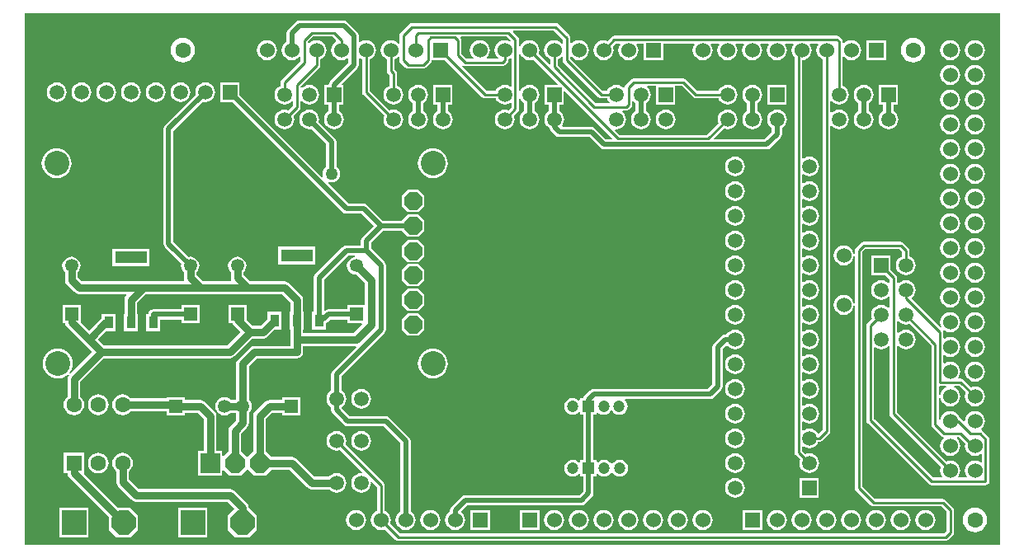
<source format=gtl>
G04 Layer_Physical_Order=1*
G04 Layer_Color=255*
%FSLAX25Y25*%
%MOIN*%
G70*
G01*
G75*
%ADD10R,0.12756X0.05158*%
%ADD11R,0.03661X0.05158*%
%ADD12C,0.01000*%
%ADD13C,0.03000*%
%ADD14C,0.02000*%
%ADD15C,0.06299*%
%ADD16R,0.06000X0.06000*%
%ADD17C,0.06000*%
%ADD18C,0.05905*%
%ADD19R,0.05905X0.05905*%
%ADD20R,0.05315X0.05315*%
%ADD21C,0.05315*%
%ADD22C,0.04724*%
%ADD23R,0.04724X0.04724*%
%ADD24R,0.05905X0.05905*%
%ADD25P,0.07671X8X22.5*%
%ADD26C,0.10000*%
%ADD27P,0.08523X8X22.5*%
%ADD28R,0.07874X0.07874*%
%ADD29R,0.09842X0.09842*%
%ADD30P,0.10653X8X202.5*%
%ADD31R,0.06299X0.06299*%
%ADD32R,0.05315X0.05315*%
%ADD33C,0.05000*%
G36*
X394000Y0D02*
X0D01*
Y215000D01*
X394000D01*
Y0D01*
D02*
G37*
%LPC*%
G36*
X287000Y76987D02*
X285968Y76851D01*
X285007Y76453D01*
X284181Y75819D01*
X283547Y74993D01*
X283149Y74032D01*
X283013Y73000D01*
X283149Y71968D01*
X283547Y71007D01*
X284181Y70181D01*
X285007Y69547D01*
X285968Y69149D01*
X287000Y69013D01*
X288032Y69149D01*
X288993Y69547D01*
X289819Y70181D01*
X290453Y71007D01*
X290851Y71968D01*
X290987Y73000D01*
X290851Y74032D01*
X290453Y74993D01*
X289819Y75819D01*
X288993Y76453D01*
X288032Y76851D01*
X287000Y76987D01*
D02*
G37*
G36*
X165000Y79273D02*
X163824Y79157D01*
X162693Y78814D01*
X161651Y78257D01*
X160737Y77507D01*
X159987Y76594D01*
X159430Y75551D01*
X159087Y74420D01*
X158971Y73244D01*
X159087Y72068D01*
X159430Y70937D01*
X159987Y69894D01*
X160737Y68981D01*
X161651Y68231D01*
X162693Y67674D01*
X163824Y67331D01*
X165000Y67215D01*
X166176Y67331D01*
X167307Y67674D01*
X168350Y68231D01*
X169263Y68981D01*
X170013Y69894D01*
X170570Y70937D01*
X170913Y72068D01*
X171029Y73244D01*
X170913Y74420D01*
X170570Y75551D01*
X170013Y76594D01*
X169263Y77507D01*
X168350Y78257D01*
X167307Y78814D01*
X166176Y79157D01*
X165000Y79273D01*
D02*
G37*
G36*
X384000Y74035D02*
X382956Y73897D01*
X381983Y73494D01*
X381147Y72853D01*
X380506Y72017D01*
X380103Y71044D01*
X379965Y70000D01*
X380103Y68956D01*
X380506Y67983D01*
X381147Y67147D01*
X381983Y66506D01*
X382956Y66103D01*
X384000Y65965D01*
X385044Y66103D01*
X386017Y66506D01*
X386853Y67147D01*
X387494Y67983D01*
X387897Y68956D01*
X388035Y70000D01*
X387897Y71044D01*
X387494Y72017D01*
X386853Y72853D01*
X386017Y73494D01*
X385044Y73897D01*
X384000Y74035D01*
D02*
G37*
G36*
X89657Y96815D02*
X82342D01*
Y89500D01*
X83996D01*
X84198Y89198D01*
X87395Y86000D01*
X81944Y80549D01*
X32056D01*
X29605Y83000D01*
X32857Y86252D01*
X36815D01*
Y93410D01*
X31154D01*
Y91717D01*
X31028Y91633D01*
X26000Y86605D01*
X22658Y89947D01*
Y96815D01*
X15342D01*
Y89500D01*
X16551D01*
X16645Y89025D01*
X17198Y88198D01*
X24198Y81198D01*
X27395Y78000D01*
X18565Y69170D01*
X18194Y69506D01*
X18513Y69894D01*
X19070Y70937D01*
X19413Y72068D01*
X19529Y73244D01*
X19413Y74420D01*
X19070Y75551D01*
X18513Y76594D01*
X17763Y77507D01*
X16849Y78257D01*
X15807Y78814D01*
X14676Y79157D01*
X13500Y79273D01*
X12324Y79157D01*
X11193Y78814D01*
X10150Y78257D01*
X9237Y77507D01*
X8487Y76594D01*
X7930Y75551D01*
X7587Y74420D01*
X7471Y73244D01*
X7587Y72068D01*
X7930Y70937D01*
X8487Y69894D01*
X9237Y68981D01*
X10150Y68231D01*
X11193Y67674D01*
X12324Y67331D01*
X13500Y67215D01*
X14676Y67331D01*
X15807Y67674D01*
X16849Y68231D01*
X17658Y68894D01*
X18032Y68555D01*
X17645Y67975D01*
X17451Y67000D01*
Y59897D01*
X17041Y59582D01*
X16375Y58715D01*
X15957Y57705D01*
X15815Y56622D01*
X15957Y55539D01*
X16375Y54529D01*
X17041Y53663D01*
X17907Y52997D01*
X18917Y52579D01*
X20000Y52437D01*
X21083Y52579D01*
X22093Y52997D01*
X22960Y53663D01*
X23625Y54529D01*
X24043Y55539D01*
X24185Y56622D01*
X24043Y57705D01*
X23625Y58715D01*
X22960Y59582D01*
X22549Y59897D01*
Y65944D01*
X32056Y75451D01*
X83000D01*
X83975Y75645D01*
X84802Y76198D01*
X92056Y83451D01*
X96433D01*
X97408Y83645D01*
X98235Y84198D01*
X101010Y86972D01*
X103815D01*
Y94130D01*
X98154D01*
Y91325D01*
X95377Y88549D01*
X92056D01*
X89657Y90947D01*
Y96815D01*
D02*
G37*
G36*
X287000Y86987D02*
X285968Y86851D01*
X285007Y86453D01*
X284181Y85819D01*
X283582Y85039D01*
X283000D01*
X282220Y84884D01*
X281558Y84442D01*
X278558Y81442D01*
X278116Y80780D01*
X277961Y80000D01*
Y64845D01*
X276155Y63039D01*
X230000D01*
X229220Y62884D01*
X228558Y62442D01*
X226259Y60143D01*
X225817Y59481D01*
X225793Y59362D01*
X224339D01*
Y58517D01*
X223839Y58347D01*
X223799Y58398D01*
X223097Y58937D01*
X222279Y59276D01*
X221402Y59391D01*
X220524Y59276D01*
X219706Y58937D01*
X219004Y58398D01*
X218465Y57696D01*
X218126Y56878D01*
X218010Y56000D01*
X218126Y55122D01*
X218465Y54304D01*
X219004Y53602D01*
X219706Y53063D01*
X220524Y52724D01*
X221402Y52609D01*
X222279Y52724D01*
X223097Y53063D01*
X223799Y53602D01*
X223839Y53653D01*
X224339Y53483D01*
Y52638D01*
X225811D01*
Y34362D01*
X224488D01*
Y33517D01*
X223988Y33347D01*
X223949Y33398D01*
X223247Y33937D01*
X222429Y34276D01*
X221551Y34391D01*
X220673Y34276D01*
X219856Y33937D01*
X219153Y33398D01*
X218614Y32696D01*
X218275Y31878D01*
X218160Y31000D01*
X218275Y30122D01*
X218614Y29304D01*
X219153Y28602D01*
X219856Y28063D01*
X220673Y27724D01*
X221551Y27609D01*
X222429Y27724D01*
X223247Y28063D01*
X223949Y28602D01*
X223988Y28653D01*
X224488Y28483D01*
Y27638D01*
X225811D01*
Y21695D01*
X224155Y20039D01*
X178000D01*
X177220Y19884D01*
X176558Y19442D01*
X172558Y15442D01*
X172116Y14780D01*
X171961Y14000D01*
Y13477D01*
X171147Y12853D01*
X170506Y12017D01*
X170103Y11044D01*
X169966Y10000D01*
X170103Y8956D01*
X170506Y7983D01*
X171147Y7147D01*
X171983Y6506D01*
X172956Y6103D01*
X174000Y5965D01*
X175044Y6103D01*
X176017Y6506D01*
X176853Y7147D01*
X177494Y7983D01*
X177897Y8956D01*
X178034Y10000D01*
X177897Y11044D01*
X177494Y12017D01*
X176853Y12853D01*
X176522Y13107D01*
X176489Y13606D01*
X178845Y15961D01*
X225000D01*
X225780Y16116D01*
X226442Y16558D01*
X229292Y19409D01*
X229292Y19409D01*
X229734Y20070D01*
X229890Y20850D01*
Y27638D01*
X231213D01*
Y28483D01*
X231713Y28653D01*
X231752Y28602D01*
X232454Y28063D01*
X233272Y27724D01*
X234150Y27609D01*
X235027Y27724D01*
X235845Y28063D01*
X236548Y28602D01*
X237011Y29206D01*
X237251Y29253D01*
X237347D01*
X237587Y29206D01*
X238051Y28602D01*
X238753Y28063D01*
X239571Y27724D01*
X240449Y27609D01*
X241326Y27724D01*
X242144Y28063D01*
X242847Y28602D01*
X243386Y29304D01*
X243724Y30122D01*
X243840Y31000D01*
X243724Y31878D01*
X243386Y32696D01*
X242847Y33398D01*
X242144Y33937D01*
X241326Y34276D01*
X240449Y34391D01*
X239571Y34276D01*
X238753Y33937D01*
X238051Y33398D01*
X237587Y32794D01*
X237347Y32747D01*
X237251D01*
X237011Y32794D01*
X236548Y33398D01*
X235845Y33937D01*
X235027Y34276D01*
X234150Y34391D01*
X233272Y34276D01*
X232454Y33937D01*
X231752Y33398D01*
X231713Y33347D01*
X231213Y33517D01*
Y34362D01*
X229890D01*
Y52638D01*
X231063D01*
Y53483D01*
X231563Y53653D01*
X231602Y53602D01*
X232304Y53063D01*
X233122Y52724D01*
X234000Y52609D01*
X234878Y52724D01*
X235696Y53063D01*
X236398Y53602D01*
X236862Y54206D01*
X237102Y54253D01*
X237197D01*
X237438Y54206D01*
X237901Y53602D01*
X238604Y53063D01*
X239422Y52724D01*
X240299Y52609D01*
X241177Y52724D01*
X241995Y53063D01*
X242697Y53602D01*
X243236Y54304D01*
X243575Y55122D01*
X243690Y56000D01*
X243575Y56878D01*
X243236Y57696D01*
X242697Y58398D01*
X242615Y58461D01*
X242785Y58961D01*
X277000D01*
X277780Y59116D01*
X278442Y59558D01*
X281442Y62558D01*
X281884Y63220D01*
X282039Y64000D01*
Y79155D01*
X283428Y80544D01*
X283927Y80512D01*
X284181Y80181D01*
X285007Y79547D01*
X285968Y79149D01*
X287000Y79013D01*
X288032Y79149D01*
X288993Y79547D01*
X289819Y80181D01*
X290453Y81007D01*
X290851Y81968D01*
X290987Y83000D01*
X290851Y84032D01*
X290453Y84993D01*
X289819Y85819D01*
X288993Y86453D01*
X288032Y86851D01*
X287000Y86987D01*
D02*
G37*
G36*
X384000Y84035D02*
X382956Y83897D01*
X381983Y83494D01*
X381147Y82853D01*
X380506Y82017D01*
X380103Y81044D01*
X379965Y80000D01*
X380103Y78956D01*
X380506Y77983D01*
X381147Y77147D01*
X381983Y76506D01*
X382956Y76103D01*
X384000Y75965D01*
X385044Y76103D01*
X386017Y76506D01*
X386853Y77147D01*
X387494Y77983D01*
X387897Y78956D01*
X388035Y80000D01*
X387897Y81044D01*
X387494Y82017D01*
X386853Y82853D01*
X386017Y83494D01*
X385044Y83897D01*
X384000Y84035D01*
D02*
G37*
G36*
X287000Y66987D02*
X285968Y66851D01*
X285007Y66453D01*
X284181Y65819D01*
X283547Y64993D01*
X283149Y64032D01*
X283013Y63000D01*
X283149Y61968D01*
X283547Y61007D01*
X284181Y60181D01*
X285007Y59547D01*
X285968Y59149D01*
X287000Y59013D01*
X288032Y59149D01*
X288993Y59547D01*
X289819Y60181D01*
X290453Y61007D01*
X290851Y61968D01*
X290987Y63000D01*
X290851Y64032D01*
X290453Y64993D01*
X289819Y65819D01*
X288993Y66453D01*
X288032Y66851D01*
X287000Y66987D01*
D02*
G37*
G36*
Y46987D02*
X285968Y46851D01*
X285007Y46453D01*
X284181Y45819D01*
X283547Y44993D01*
X283149Y44032D01*
X283013Y43000D01*
X283149Y41968D01*
X283547Y41007D01*
X284181Y40181D01*
X285007Y39547D01*
X285968Y39149D01*
X287000Y39013D01*
X288032Y39149D01*
X288993Y39547D01*
X289819Y40181D01*
X290453Y41007D01*
X290851Y41968D01*
X290987Y43000D01*
X290851Y44032D01*
X290453Y44993D01*
X289819Y45819D01*
X288993Y46453D01*
X288032Y46851D01*
X287000Y46987D01*
D02*
G37*
G36*
X136000Y45987D02*
X134968Y45851D01*
X134007Y45453D01*
X133181Y44819D01*
X132547Y43993D01*
X132149Y43032D01*
X132013Y42000D01*
X132149Y40968D01*
X132547Y40007D01*
X133181Y39181D01*
X134007Y38547D01*
X134968Y38149D01*
X136000Y38013D01*
X137032Y38149D01*
X137993Y38547D01*
X138819Y39181D01*
X139453Y40007D01*
X139851Y40968D01*
X139987Y42000D01*
X139851Y43032D01*
X139453Y43993D01*
X138819Y44819D01*
X137993Y45453D01*
X137032Y45851D01*
X136000Y45987D01*
D02*
G37*
G36*
X287000Y36987D02*
X285968Y36851D01*
X285007Y36453D01*
X284181Y35819D01*
X283547Y34993D01*
X283149Y34032D01*
X283013Y33000D01*
X283149Y31968D01*
X283547Y31007D01*
X284181Y30181D01*
X285007Y29547D01*
X285968Y29149D01*
X287000Y29013D01*
X288032Y29149D01*
X288993Y29547D01*
X289819Y30181D01*
X290453Y31007D01*
X290851Y31968D01*
X290987Y33000D01*
X290851Y34032D01*
X290453Y34993D01*
X289819Y35819D01*
X288993Y36453D01*
X288032Y36851D01*
X287000Y36987D01*
D02*
G37*
G36*
X136000Y62987D02*
X134968Y62851D01*
X134007Y62453D01*
X133181Y61819D01*
X132547Y60993D01*
X132149Y60032D01*
X132013Y59000D01*
X132149Y57968D01*
X132547Y57007D01*
X133181Y56181D01*
X134007Y55547D01*
X134968Y55149D01*
X136000Y55013D01*
X137032Y55149D01*
X137993Y55547D01*
X138819Y56181D01*
X139453Y57007D01*
X139851Y57968D01*
X139987Y59000D01*
X139851Y60032D01*
X139453Y60993D01*
X138819Y61819D01*
X137993Y62453D01*
X137032Y62851D01*
X136000Y62987D01*
D02*
G37*
G36*
X29843Y60807D02*
X28759Y60665D01*
X27750Y60247D01*
X26883Y59582D01*
X26218Y58715D01*
X25800Y57705D01*
X25657Y56622D01*
X25800Y55539D01*
X26218Y54529D01*
X26883Y53663D01*
X27750Y52997D01*
X28759Y52579D01*
X29843Y52437D01*
X30926Y52579D01*
X31935Y52997D01*
X32802Y53663D01*
X33467Y54529D01*
X33885Y55539D01*
X34028Y56622D01*
X33885Y57705D01*
X33467Y58715D01*
X32802Y59582D01*
X31935Y60247D01*
X30926Y60665D01*
X29843Y60807D01*
D02*
G37*
G36*
X287000Y56987D02*
X285968Y56851D01*
X285007Y56453D01*
X284181Y55819D01*
X283547Y54993D01*
X283149Y54032D01*
X283013Y53000D01*
X283149Y51968D01*
X283547Y51007D01*
X284181Y50181D01*
X285007Y49547D01*
X285968Y49149D01*
X287000Y49013D01*
X288032Y49149D01*
X288993Y49547D01*
X289819Y50181D01*
X290453Y51007D01*
X290851Y51968D01*
X290987Y53000D01*
X290851Y54032D01*
X290453Y54993D01*
X289819Y55819D01*
X288993Y56453D01*
X288032Y56851D01*
X287000Y56987D01*
D02*
G37*
G36*
X159272Y93543D02*
X154728D01*
X152457Y91272D01*
Y86728D01*
X154728Y84457D01*
X159272D01*
X161543Y86728D01*
Y91272D01*
X159272Y93543D01*
D02*
G37*
G36*
X374000Y114034D02*
X372956Y113897D01*
X371983Y113494D01*
X371147Y112853D01*
X370506Y112017D01*
X370103Y111044D01*
X369966Y110000D01*
X370103Y108956D01*
X370506Y107983D01*
X371147Y107147D01*
X371983Y106506D01*
X372956Y106103D01*
X374000Y105965D01*
X375044Y106103D01*
X376017Y106506D01*
X376853Y107147D01*
X377494Y107983D01*
X377897Y108956D01*
X378034Y110000D01*
X377897Y111044D01*
X377494Y112017D01*
X376853Y112853D01*
X376017Y113494D01*
X375044Y113897D01*
X374000Y114034D01*
D02*
G37*
G36*
X349953Y116953D02*
X342047D01*
Y109047D01*
X347790D01*
X349471Y107367D01*
Y105791D01*
X348971Y105622D01*
X348819Y105819D01*
X347993Y106453D01*
X347032Y106851D01*
X346000Y106987D01*
X344968Y106851D01*
X344007Y106453D01*
X343181Y105819D01*
X342547Y104993D01*
X342149Y104032D01*
X342013Y103000D01*
X342149Y101968D01*
X342547Y101007D01*
X343181Y100181D01*
X344007Y99547D01*
X344968Y99149D01*
X346000Y99013D01*
X347032Y99149D01*
X347993Y99547D01*
X348819Y100181D01*
X348971Y100378D01*
X349471Y100208D01*
Y95792D01*
X348971Y95622D01*
X348819Y95819D01*
X347993Y96453D01*
X347032Y96851D01*
X346000Y96987D01*
X344968Y96851D01*
X344007Y96453D01*
X343181Y95819D01*
X342547Y94993D01*
X342149Y94032D01*
X342013Y93000D01*
X342149Y91968D01*
X342341Y91504D01*
X340619Y89781D01*
X340287Y89285D01*
X340171Y88700D01*
Y50300D01*
X340287Y49715D01*
X340619Y49219D01*
X365319Y24519D01*
X365815Y24187D01*
X366400Y24071D01*
X388300D01*
X388885Y24187D01*
X389381Y24519D01*
X389713Y25015D01*
X389829Y25600D01*
Y42700D01*
X389713Y43285D01*
X389381Y43781D01*
X387081Y46081D01*
X386656Y46366D01*
X386525Y46896D01*
X386853Y47147D01*
X387494Y47983D01*
X387897Y48956D01*
X388035Y50000D01*
X387897Y51044D01*
X387494Y52017D01*
X386853Y52853D01*
X386017Y53494D01*
X385044Y53897D01*
X384000Y54035D01*
X382956Y53897D01*
X381983Y53494D01*
X381147Y52853D01*
X380506Y52017D01*
X380103Y51044D01*
X379989Y50181D01*
X379496Y49967D01*
X378381Y51081D01*
X377885Y51413D01*
X377732Y51443D01*
X377494Y52017D01*
X376853Y52853D01*
X376017Y53494D01*
X375044Y53897D01*
X374000Y54035D01*
X372956Y53897D01*
X371983Y53494D01*
X371147Y52853D01*
X370506Y52017D01*
X370103Y51044D01*
X369966Y50000D01*
X369991Y49802D01*
X369527Y49502D01*
X369429Y49563D01*
Y63949D01*
X369700Y64171D01*
X372310D01*
X372409Y63671D01*
X371983Y63494D01*
X371147Y62853D01*
X370506Y62017D01*
X370103Y61044D01*
X369966Y60000D01*
X370103Y58956D01*
X370506Y57983D01*
X371147Y57147D01*
X371983Y56506D01*
X372956Y56103D01*
X374000Y55966D01*
X375044Y56103D01*
X376017Y56506D01*
X376853Y57147D01*
X377494Y57983D01*
X377897Y58956D01*
X378034Y60000D01*
X377897Y61044D01*
X377494Y62017D01*
X376853Y62853D01*
X376017Y63494D01*
X375591Y63671D01*
X375690Y64171D01*
X377666D01*
X380305Y61532D01*
X380103Y61044D01*
X379965Y60000D01*
X380103Y58956D01*
X380506Y57983D01*
X381147Y57147D01*
X381983Y56506D01*
X382956Y56103D01*
X384000Y55966D01*
X385044Y56103D01*
X386017Y56506D01*
X386853Y57147D01*
X387494Y57983D01*
X387897Y58956D01*
X388035Y60000D01*
X387897Y61044D01*
X387494Y62017D01*
X386853Y62853D01*
X386017Y63494D01*
X385044Y63897D01*
X384000Y64034D01*
X382956Y63897D01*
X382468Y63695D01*
X379381Y66781D01*
X378885Y67113D01*
X378300Y67229D01*
X377481D01*
X377260Y67678D01*
X377494Y67983D01*
X377897Y68956D01*
X378034Y70000D01*
X377897Y71044D01*
X377494Y72017D01*
X376853Y72853D01*
X376017Y73494D01*
X375044Y73897D01*
X374000Y74035D01*
X372956Y73897D01*
X371983Y73494D01*
X371678Y73260D01*
X371229Y73481D01*
Y76519D01*
X371678Y76740D01*
X371983Y76506D01*
X372956Y76103D01*
X374000Y75965D01*
X375044Y76103D01*
X376017Y76506D01*
X376853Y77147D01*
X377494Y77983D01*
X377897Y78956D01*
X378034Y80000D01*
X377897Y81044D01*
X377494Y82017D01*
X376853Y82853D01*
X376017Y83494D01*
X375044Y83897D01*
X374000Y84035D01*
X372956Y83897D01*
X371983Y83494D01*
X371678Y83260D01*
X371229Y83481D01*
Y86000D01*
X371123Y86536D01*
X371227Y86658D01*
X371531Y86853D01*
X371983Y86506D01*
X372956Y86103D01*
X374000Y85966D01*
X375044Y86103D01*
X376017Y86506D01*
X376853Y87147D01*
X377494Y87983D01*
X377897Y88956D01*
X378034Y90000D01*
X377897Y91044D01*
X377494Y92017D01*
X376853Y92853D01*
X376017Y93494D01*
X375044Y93897D01*
X374000Y94034D01*
X372956Y93897D01*
X371983Y93494D01*
X371147Y92853D01*
X370506Y92017D01*
X370103Y91044D01*
X369966Y90000D01*
X370103Y88956D01*
X370448Y88121D01*
X370025Y87838D01*
X358444Y99419D01*
X358476Y99918D01*
X358819Y100181D01*
X359453Y101007D01*
X359851Y101968D01*
X359987Y103000D01*
X359851Y104032D01*
X359453Y104993D01*
X358819Y105819D01*
X357993Y106453D01*
X357032Y106851D01*
X356000Y106987D01*
X354968Y106851D01*
X354007Y106453D01*
X353181Y105819D01*
X353029Y105622D01*
X352529Y105791D01*
Y108000D01*
X352413Y108585D01*
X352081Y109081D01*
X349953Y111210D01*
Y116953D01*
D02*
G37*
G36*
X159272Y113543D02*
X154728D01*
X152457Y111272D01*
Y106728D01*
X154728Y104457D01*
X159272D01*
X161543Y106728D01*
Y111272D01*
X159272Y113543D01*
D02*
G37*
G36*
X50378Y119748D02*
X35622D01*
Y112591D01*
X50378D01*
Y119748D01*
D02*
G37*
G36*
X287000Y116987D02*
X285968Y116851D01*
X285007Y116453D01*
X284181Y115819D01*
X283547Y114993D01*
X283149Y114032D01*
X283013Y113000D01*
X283149Y111968D01*
X283547Y111007D01*
X284181Y110181D01*
X285007Y109547D01*
X285968Y109149D01*
X287000Y109013D01*
X288032Y109149D01*
X288993Y109547D01*
X289819Y110181D01*
X290453Y111007D01*
X290851Y111968D01*
X290987Y113000D01*
X290851Y114032D01*
X290453Y114993D01*
X289819Y115819D01*
X288993Y116453D01*
X288032Y116851D01*
X287000Y116987D01*
D02*
G37*
G36*
X384000Y114034D02*
X382956Y113897D01*
X381983Y113494D01*
X381147Y112853D01*
X380506Y112017D01*
X380103Y111044D01*
X379965Y110000D01*
X380103Y108956D01*
X380506Y107983D01*
X381147Y107147D01*
X381983Y106506D01*
X382956Y106103D01*
X384000Y105965D01*
X385044Y106103D01*
X386017Y106506D01*
X386853Y107147D01*
X387494Y107983D01*
X387897Y108956D01*
X388035Y110000D01*
X387897Y111044D01*
X387494Y112017D01*
X386853Y112853D01*
X386017Y113494D01*
X385044Y113897D01*
X384000Y114034D01*
D02*
G37*
G36*
X287000Y106987D02*
X285968Y106851D01*
X285007Y106453D01*
X284181Y105819D01*
X283547Y104993D01*
X283149Y104032D01*
X283013Y103000D01*
X283149Y101968D01*
X283547Y101007D01*
X284181Y100181D01*
X285007Y99547D01*
X285968Y99149D01*
X287000Y99013D01*
X288032Y99149D01*
X288993Y99547D01*
X289819Y100181D01*
X290453Y101007D01*
X290851Y101968D01*
X290987Y103000D01*
X290851Y104032D01*
X290453Y104993D01*
X289819Y105819D01*
X288993Y106453D01*
X288032Y106851D01*
X287000Y106987D01*
D02*
G37*
G36*
X70657Y96815D02*
X63342D01*
Y95197D01*
X52016D01*
X51235Y95041D01*
X50574Y94599D01*
X50132Y93938D01*
X50027Y93410D01*
X49185D01*
Y86252D01*
X54847D01*
Y91118D01*
X63342D01*
Y89500D01*
X70657D01*
Y96815D01*
D02*
G37*
G36*
X287000Y96987D02*
X285968Y96851D01*
X285007Y96453D01*
X284181Y95819D01*
X283547Y94993D01*
X283149Y94032D01*
X283013Y93000D01*
X283149Y91968D01*
X283547Y91007D01*
X284181Y90181D01*
X285007Y89547D01*
X285968Y89149D01*
X287000Y89013D01*
X288032Y89149D01*
X288993Y89547D01*
X289819Y90181D01*
X290453Y91007D01*
X290851Y91968D01*
X290987Y93000D01*
X290851Y94032D01*
X290453Y94993D01*
X289819Y95819D01*
X288993Y96453D01*
X288032Y96851D01*
X287000Y96987D01*
D02*
G37*
G36*
X384000Y94034D02*
X382956Y93897D01*
X381983Y93494D01*
X381147Y92853D01*
X380506Y92017D01*
X380103Y91044D01*
X379965Y90000D01*
X380103Y88956D01*
X380506Y87983D01*
X381147Y87147D01*
X381983Y86506D01*
X382956Y86103D01*
X384000Y85966D01*
X385044Y86103D01*
X386017Y86506D01*
X386853Y87147D01*
X387494Y87983D01*
X387897Y88956D01*
X388035Y90000D01*
X387897Y91044D01*
X387494Y92017D01*
X386853Y92853D01*
X386017Y93494D01*
X385044Y93897D01*
X384000Y94034D01*
D02*
G37*
G36*
Y104034D02*
X382956Y103897D01*
X381983Y103494D01*
X381147Y102853D01*
X380506Y102017D01*
X380103Y101044D01*
X379965Y100000D01*
X380103Y98956D01*
X380506Y97983D01*
X381147Y97147D01*
X381983Y96506D01*
X382956Y96103D01*
X384000Y95965D01*
X385044Y96103D01*
X386017Y96506D01*
X386853Y97147D01*
X387494Y97983D01*
X387897Y98956D01*
X388035Y100000D01*
X387897Y101044D01*
X387494Y102017D01*
X386853Y102853D01*
X386017Y103494D01*
X385044Y103897D01*
X384000Y104034D01*
D02*
G37*
G36*
X374000D02*
X372956Y103897D01*
X371983Y103494D01*
X371147Y102853D01*
X370506Y102017D01*
X370103Y101044D01*
X369966Y100000D01*
X370103Y98956D01*
X370506Y97983D01*
X371147Y97147D01*
X371983Y96506D01*
X372956Y96103D01*
X374000Y95965D01*
X375044Y96103D01*
X376017Y96506D01*
X376853Y97147D01*
X377494Y97983D01*
X377897Y98956D01*
X378034Y100000D01*
X377897Y101044D01*
X377494Y102017D01*
X376853Y102853D01*
X376017Y103494D01*
X375044Y103897D01*
X374000Y104034D01*
D02*
G37*
G36*
X159272Y103543D02*
X154728D01*
X152457Y101272D01*
Y96728D01*
X154728Y94457D01*
X159272D01*
X161543Y96728D01*
Y101272D01*
X159272Y103543D01*
D02*
G37*
G36*
X234000Y14035D02*
X232956Y13897D01*
X231983Y13494D01*
X231147Y12853D01*
X230506Y12017D01*
X230103Y11044D01*
X229965Y10000D01*
X230103Y8956D01*
X230506Y7983D01*
X231147Y7147D01*
X231983Y6506D01*
X232956Y6103D01*
X234000Y5965D01*
X235044Y6103D01*
X236017Y6506D01*
X236853Y7147D01*
X237494Y7983D01*
X237897Y8956D01*
X238035Y10000D01*
X237897Y11044D01*
X237494Y12017D01*
X236853Y12853D01*
X236017Y13494D01*
X235044Y13897D01*
X234000Y14035D01*
D02*
G37*
G36*
X224000D02*
X222956Y13897D01*
X221983Y13494D01*
X221147Y12853D01*
X220506Y12017D01*
X220103Y11044D01*
X219966Y10000D01*
X220103Y8956D01*
X220506Y7983D01*
X221147Y7147D01*
X221983Y6506D01*
X222956Y6103D01*
X224000Y5965D01*
X225044Y6103D01*
X226017Y6506D01*
X226853Y7147D01*
X227494Y7983D01*
X227897Y8956D01*
X228034Y10000D01*
X227897Y11044D01*
X227494Y12017D01*
X226853Y12853D01*
X226017Y13494D01*
X225044Y13897D01*
X224000Y14035D01*
D02*
G37*
G36*
X214000D02*
X212956Y13897D01*
X211983Y13494D01*
X211147Y12853D01*
X210506Y12017D01*
X210103Y11044D01*
X209965Y10000D01*
X210103Y8956D01*
X210506Y7983D01*
X211147Y7147D01*
X211983Y6506D01*
X212956Y6103D01*
X214000Y5965D01*
X215044Y6103D01*
X216017Y6506D01*
X216853Y7147D01*
X217494Y7983D01*
X217897Y8956D01*
X218035Y10000D01*
X217897Y11044D01*
X217494Y12017D01*
X216853Y12853D01*
X216017Y13494D01*
X215044Y13897D01*
X214000Y14035D01*
D02*
G37*
G36*
X264000D02*
X262956Y13897D01*
X261983Y13494D01*
X261147Y12853D01*
X260506Y12017D01*
X260103Y11044D01*
X259965Y10000D01*
X260103Y8956D01*
X260506Y7983D01*
X261147Y7147D01*
X261983Y6506D01*
X262956Y6103D01*
X264000Y5965D01*
X265044Y6103D01*
X266017Y6506D01*
X266853Y7147D01*
X267494Y7983D01*
X267897Y8956D01*
X268035Y10000D01*
X267897Y11044D01*
X267494Y12017D01*
X266853Y12853D01*
X266017Y13494D01*
X265044Y13897D01*
X264000Y14035D01*
D02*
G37*
G36*
X254000D02*
X252956Y13897D01*
X251983Y13494D01*
X251147Y12853D01*
X250506Y12017D01*
X250103Y11044D01*
X249966Y10000D01*
X250103Y8956D01*
X250506Y7983D01*
X251147Y7147D01*
X251983Y6506D01*
X252956Y6103D01*
X254000Y5965D01*
X255044Y6103D01*
X256017Y6506D01*
X256853Y7147D01*
X257494Y7983D01*
X257897Y8956D01*
X258034Y10000D01*
X257897Y11044D01*
X257494Y12017D01*
X256853Y12853D01*
X256017Y13494D01*
X255044Y13897D01*
X254000Y14035D01*
D02*
G37*
G36*
X244000D02*
X242956Y13897D01*
X241983Y13494D01*
X241147Y12853D01*
X240506Y12017D01*
X240103Y11044D01*
X239966Y10000D01*
X240103Y8956D01*
X240506Y7983D01*
X241147Y7147D01*
X241983Y6506D01*
X242956Y6103D01*
X244000Y5965D01*
X245044Y6103D01*
X246017Y6506D01*
X246853Y7147D01*
X247494Y7983D01*
X247897Y8956D01*
X248035Y10000D01*
X247897Y11044D01*
X247494Y12017D01*
X246853Y12853D01*
X246017Y13494D01*
X245044Y13897D01*
X244000Y14035D01*
D02*
G37*
G36*
X164000D02*
X162956Y13897D01*
X161983Y13494D01*
X161147Y12853D01*
X160506Y12017D01*
X160103Y11044D01*
X159966Y10000D01*
X160103Y8956D01*
X160506Y7983D01*
X161147Y7147D01*
X161983Y6506D01*
X162956Y6103D01*
X164000Y5965D01*
X165044Y6103D01*
X166017Y6506D01*
X166853Y7147D01*
X167494Y7983D01*
X167897Y8956D01*
X168035Y10000D01*
X167897Y11044D01*
X167494Y12017D01*
X166853Y12853D01*
X166017Y13494D01*
X165044Y13897D01*
X164000Y14035D01*
D02*
G37*
G36*
X73921Y14921D02*
X62079D01*
Y3079D01*
X73921D01*
Y14921D01*
D02*
G37*
G36*
X24150Y37150D02*
X15850D01*
Y28850D01*
X17481D01*
X17645Y28025D01*
X18198Y27198D01*
X34079Y11316D01*
Y6039D01*
X37039Y3079D01*
X42961D01*
X45921Y6039D01*
Y11961D01*
X42961Y14921D01*
X37683D01*
X24034Y28571D01*
X24150Y28850D01*
X24150D01*
Y37150D01*
D02*
G37*
G36*
X25921Y14921D02*
X14079D01*
Y3079D01*
X25921D01*
Y14921D01*
D02*
G37*
G36*
X134000Y14035D02*
X132956Y13897D01*
X131983Y13494D01*
X131147Y12853D01*
X130506Y12017D01*
X130103Y11044D01*
X129965Y10000D01*
X130103Y8956D01*
X130506Y7983D01*
X131147Y7147D01*
X131983Y6506D01*
X132956Y6103D01*
X134000Y5965D01*
X135044Y6103D01*
X136017Y6506D01*
X136853Y7147D01*
X137494Y7983D01*
X137897Y8956D01*
X138034Y10000D01*
X137897Y11044D01*
X137494Y12017D01*
X136853Y12853D01*
X136017Y13494D01*
X135044Y13897D01*
X134000Y14035D01*
D02*
G37*
G36*
X384000Y14980D02*
X382711Y14810D01*
X381510Y14312D01*
X380479Y13521D01*
X379688Y12490D01*
X379190Y11289D01*
X379020Y10000D01*
X379190Y8711D01*
X379688Y7510D01*
X380479Y6479D01*
X381510Y5688D01*
X382711Y5190D01*
X384000Y5020D01*
X385289Y5190D01*
X386490Y5688D01*
X387521Y6479D01*
X388313Y7510D01*
X388810Y8711D01*
X388980Y10000D01*
X388810Y11289D01*
X388313Y12490D01*
X387521Y13521D01*
X386490Y14312D01*
X385289Y14810D01*
X384000Y14980D01*
D02*
G37*
G36*
X39685Y37185D02*
X38602Y37043D01*
X37592Y36625D01*
X36726Y35960D01*
X36060Y35093D01*
X35642Y34083D01*
X35500Y33000D01*
X35642Y31917D01*
X36060Y30907D01*
X36726Y30040D01*
X37136Y29725D01*
Y25315D01*
X37330Y24340D01*
X37883Y23513D01*
X43198Y18198D01*
X44025Y17645D01*
X45000Y17451D01*
X81944D01*
X84757Y14638D01*
X82079Y11961D01*
Y6039D01*
X85039Y3079D01*
X90961D01*
X93921Y6039D01*
Y11961D01*
X90961Y14921D01*
X90549D01*
Y15000D01*
X90355Y15976D01*
X89802Y16802D01*
X84802Y21802D01*
X83975Y22355D01*
X83000Y22549D01*
X46056D01*
X42234Y26371D01*
Y29725D01*
X42645Y30040D01*
X43310Y30907D01*
X43728Y31917D01*
X43870Y33000D01*
X43728Y34083D01*
X43310Y35093D01*
X42645Y35960D01*
X41778Y36625D01*
X40768Y37043D01*
X39685Y37185D01*
D02*
G37*
G36*
X274000Y14035D02*
X272956Y13897D01*
X271983Y13494D01*
X271147Y12853D01*
X270506Y12017D01*
X270103Y11044D01*
X269966Y10000D01*
X270103Y8956D01*
X270506Y7983D01*
X271147Y7147D01*
X271983Y6506D01*
X272956Y6103D01*
X274000Y5965D01*
X275044Y6103D01*
X276017Y6506D01*
X276853Y7147D01*
X277494Y7983D01*
X277897Y8956D01*
X278034Y10000D01*
X277897Y11044D01*
X277494Y12017D01*
X276853Y12853D01*
X276017Y13494D01*
X275044Y13897D01*
X274000Y14035D01*
D02*
G37*
G36*
X298000Y14000D02*
X290000D01*
Y6000D01*
X298000D01*
Y14000D01*
D02*
G37*
G36*
X208000D02*
X200000D01*
Y6000D01*
X208000D01*
Y14000D01*
D02*
G37*
G36*
X188000D02*
X180000D01*
Y6000D01*
X188000D01*
Y14000D01*
D02*
G37*
G36*
X29843Y37185D02*
X28759Y37043D01*
X27750Y36625D01*
X26883Y35960D01*
X26218Y35093D01*
X25800Y34083D01*
X25657Y33000D01*
X25800Y31917D01*
X26218Y30907D01*
X26883Y30040D01*
X27750Y29375D01*
X28759Y28957D01*
X29843Y28815D01*
X30926Y28957D01*
X31935Y29375D01*
X32802Y30040D01*
X33467Y30907D01*
X33885Y31917D01*
X34028Y33000D01*
X33885Y34083D01*
X33467Y35093D01*
X32802Y35960D01*
X31935Y36625D01*
X30926Y37043D01*
X29843Y37185D01*
D02*
G37*
G36*
X320953Y26953D02*
X313047D01*
Y19047D01*
X320953D01*
Y26953D01*
D02*
G37*
G36*
X287000Y26987D02*
X285968Y26851D01*
X285007Y26453D01*
X284181Y25819D01*
X283547Y24993D01*
X283149Y24032D01*
X283013Y23000D01*
X283149Y21968D01*
X283547Y21007D01*
X284181Y20181D01*
X285007Y19547D01*
X285968Y19149D01*
X287000Y19013D01*
X288032Y19149D01*
X288993Y19547D01*
X289819Y20181D01*
X290453Y21007D01*
X290851Y21968D01*
X290987Y23000D01*
X290851Y24032D01*
X290453Y24993D01*
X289819Y25819D01*
X288993Y26453D01*
X288032Y26851D01*
X287000Y26987D01*
D02*
G37*
G36*
X364000Y14035D02*
X362956Y13897D01*
X361983Y13494D01*
X361147Y12853D01*
X360506Y12017D01*
X360103Y11044D01*
X359965Y10000D01*
X360103Y8956D01*
X360506Y7983D01*
X361147Y7147D01*
X361983Y6506D01*
X362956Y6103D01*
X364000Y5965D01*
X365044Y6103D01*
X366017Y6506D01*
X366853Y7147D01*
X367494Y7983D01*
X367897Y8956D01*
X368035Y10000D01*
X367897Y11044D01*
X367494Y12017D01*
X366853Y12853D01*
X366017Y13494D01*
X365044Y13897D01*
X364000Y14035D01*
D02*
G37*
G36*
X324000D02*
X322956Y13897D01*
X321983Y13494D01*
X321147Y12853D01*
X320506Y12017D01*
X320103Y11044D01*
X319966Y10000D01*
X320103Y8956D01*
X320506Y7983D01*
X321147Y7147D01*
X321983Y6506D01*
X322956Y6103D01*
X324000Y5965D01*
X325044Y6103D01*
X326017Y6506D01*
X326853Y7147D01*
X327494Y7983D01*
X327897Y8956D01*
X328034Y10000D01*
X327897Y11044D01*
X327494Y12017D01*
X326853Y12853D01*
X326017Y13494D01*
X325044Y13897D01*
X324000Y14035D01*
D02*
G37*
G36*
X314000D02*
X312956Y13897D01*
X311983Y13494D01*
X311147Y12853D01*
X310506Y12017D01*
X310103Y11044D01*
X309965Y10000D01*
X310103Y8956D01*
X310506Y7983D01*
X311147Y7147D01*
X311983Y6506D01*
X312956Y6103D01*
X314000Y5965D01*
X315044Y6103D01*
X316017Y6506D01*
X316853Y7147D01*
X317494Y7983D01*
X317897Y8956D01*
X318035Y10000D01*
X317897Y11044D01*
X317494Y12017D01*
X316853Y12853D01*
X316017Y13494D01*
X315044Y13897D01*
X314000Y14035D01*
D02*
G37*
G36*
X304000D02*
X302956Y13897D01*
X301983Y13494D01*
X301147Y12853D01*
X300506Y12017D01*
X300103Y11044D01*
X299966Y10000D01*
X300103Y8956D01*
X300506Y7983D01*
X301147Y7147D01*
X301983Y6506D01*
X302956Y6103D01*
X304000Y5965D01*
X305044Y6103D01*
X306017Y6506D01*
X306853Y7147D01*
X307494Y7983D01*
X307897Y8956D01*
X308034Y10000D01*
X307897Y11044D01*
X307494Y12017D01*
X306853Y12853D01*
X306017Y13494D01*
X305044Y13897D01*
X304000Y14035D01*
D02*
G37*
G36*
X354000D02*
X352956Y13897D01*
X351983Y13494D01*
X351147Y12853D01*
X350506Y12017D01*
X350103Y11044D01*
X349966Y10000D01*
X350103Y8956D01*
X350506Y7983D01*
X351147Y7147D01*
X351983Y6506D01*
X352956Y6103D01*
X354000Y5965D01*
X355044Y6103D01*
X356017Y6506D01*
X356853Y7147D01*
X357494Y7983D01*
X357897Y8956D01*
X358034Y10000D01*
X357897Y11044D01*
X357494Y12017D01*
X356853Y12853D01*
X356017Y13494D01*
X355044Y13897D01*
X354000Y14035D01*
D02*
G37*
G36*
X344000D02*
X342956Y13897D01*
X341983Y13494D01*
X341147Y12853D01*
X340506Y12017D01*
X340103Y11044D01*
X339966Y10000D01*
X340103Y8956D01*
X340506Y7983D01*
X341147Y7147D01*
X341983Y6506D01*
X342956Y6103D01*
X344000Y5965D01*
X345044Y6103D01*
X346017Y6506D01*
X346853Y7147D01*
X347494Y7983D01*
X347897Y8956D01*
X348035Y10000D01*
X347897Y11044D01*
X347494Y12017D01*
X346853Y12853D01*
X346017Y13494D01*
X345044Y13897D01*
X344000Y14035D01*
D02*
G37*
G36*
X334000D02*
X332956Y13897D01*
X331983Y13494D01*
X331147Y12853D01*
X330506Y12017D01*
X330103Y11044D01*
X329965Y10000D01*
X330103Y8956D01*
X330506Y7983D01*
X331147Y7147D01*
X331983Y6506D01*
X332956Y6103D01*
X334000Y5965D01*
X335044Y6103D01*
X336017Y6506D01*
X336853Y7147D01*
X337494Y7983D01*
X337897Y8956D01*
X338035Y10000D01*
X337897Y11044D01*
X337494Y12017D01*
X336853Y12853D01*
X336017Y13494D01*
X335044Y13897D01*
X334000Y14035D01*
D02*
G37*
G36*
X384000Y184035D02*
X382956Y183897D01*
X381983Y183494D01*
X381147Y182853D01*
X380506Y182017D01*
X380103Y181044D01*
X379965Y180000D01*
X380103Y178956D01*
X380506Y177983D01*
X381147Y177147D01*
X381983Y176506D01*
X382956Y176103D01*
X384000Y175965D01*
X385044Y176103D01*
X386017Y176506D01*
X386853Y177147D01*
X387494Y177983D01*
X387897Y178956D01*
X388035Y180000D01*
X387897Y181044D01*
X387494Y182017D01*
X386853Y182853D01*
X386017Y183494D01*
X385044Y183897D01*
X384000Y184035D01*
D02*
G37*
G36*
X374000D02*
X372956Y183897D01*
X371983Y183494D01*
X371147Y182853D01*
X370506Y182017D01*
X370103Y181044D01*
X369966Y180000D01*
X370103Y178956D01*
X370506Y177983D01*
X371147Y177147D01*
X371983Y176506D01*
X372956Y176103D01*
X374000Y175965D01*
X375044Y176103D01*
X376017Y176506D01*
X376853Y177147D01*
X377494Y177983D01*
X377897Y178956D01*
X378034Y180000D01*
X377897Y181044D01*
X377494Y182017D01*
X376853Y182853D01*
X376017Y183494D01*
X375044Y183897D01*
X374000Y184035D01*
D02*
G37*
G36*
X352953Y185953D02*
X345047D01*
Y178047D01*
X346961D01*
Y175418D01*
X346181Y174819D01*
X345547Y173993D01*
X345149Y173032D01*
X345013Y172000D01*
X345149Y170968D01*
X345547Y170007D01*
X346181Y169181D01*
X347007Y168547D01*
X347968Y168149D01*
X349000Y168013D01*
X350032Y168149D01*
X350993Y168547D01*
X351819Y169181D01*
X352453Y170007D01*
X352851Y170968D01*
X352987Y172000D01*
X352851Y173032D01*
X352453Y173993D01*
X351819Y174819D01*
X351039Y175418D01*
Y178047D01*
X352953D01*
Y185953D01*
D02*
G37*
G36*
X23000Y186987D02*
X21968Y186851D01*
X21007Y186453D01*
X20181Y185819D01*
X19547Y184993D01*
X19149Y184032D01*
X19013Y183000D01*
X19149Y181968D01*
X19547Y181007D01*
X20181Y180181D01*
X21007Y179547D01*
X21968Y179149D01*
X23000Y179013D01*
X24032Y179149D01*
X24993Y179547D01*
X25819Y180181D01*
X26453Y181007D01*
X26851Y181968D01*
X26987Y183000D01*
X26851Y184032D01*
X26453Y184993D01*
X25819Y185819D01*
X24993Y186453D01*
X24032Y186851D01*
X23000Y186987D01*
D02*
G37*
G36*
X13000D02*
X11968Y186851D01*
X11007Y186453D01*
X10181Y185819D01*
X9547Y184993D01*
X9149Y184032D01*
X9013Y183000D01*
X9149Y181968D01*
X9547Y181007D01*
X10181Y180181D01*
X11007Y179547D01*
X11968Y179149D01*
X13000Y179013D01*
X14032Y179149D01*
X14993Y179547D01*
X15819Y180181D01*
X16453Y181007D01*
X16851Y181968D01*
X16987Y183000D01*
X16851Y184032D01*
X16453Y184993D01*
X15819Y185819D01*
X14993Y186453D01*
X14032Y186851D01*
X13000Y186987D01*
D02*
G37*
G36*
X307953Y185953D02*
X300047D01*
Y178047D01*
X307953D01*
Y185953D01*
D02*
G37*
G36*
X339000Y185987D02*
X337968Y185851D01*
X337007Y185453D01*
X336181Y184819D01*
X335547Y183993D01*
X335149Y183032D01*
X335013Y182000D01*
X335149Y180968D01*
X335547Y180007D01*
X336181Y179181D01*
X336961Y178582D01*
Y175418D01*
X336181Y174819D01*
X335547Y173993D01*
X335149Y173032D01*
X335013Y172000D01*
X335149Y170968D01*
X335547Y170007D01*
X336181Y169181D01*
X337007Y168547D01*
X337968Y168149D01*
X339000Y168013D01*
X340032Y168149D01*
X340993Y168547D01*
X341819Y169181D01*
X342453Y170007D01*
X342851Y170968D01*
X342987Y172000D01*
X342851Y173032D01*
X342453Y173993D01*
X341819Y174819D01*
X341039Y175418D01*
Y178582D01*
X341819Y179181D01*
X342453Y180007D01*
X342851Y180968D01*
X342987Y182000D01*
X342851Y183032D01*
X342453Y183993D01*
X341819Y184819D01*
X340993Y185453D01*
X340032Y185851D01*
X339000Y185987D01*
D02*
G37*
G36*
X159000D02*
X157968Y185851D01*
X157007Y185453D01*
X156181Y184819D01*
X155547Y183993D01*
X155149Y183032D01*
X155013Y182000D01*
X155149Y180968D01*
X155547Y180007D01*
X156181Y179181D01*
X156961Y178582D01*
Y175418D01*
X156181Y174819D01*
X155547Y173993D01*
X155149Y173032D01*
X155013Y172000D01*
X155149Y170968D01*
X155547Y170007D01*
X156181Y169181D01*
X157007Y168547D01*
X157968Y168149D01*
X159000Y168013D01*
X160032Y168149D01*
X160993Y168547D01*
X161819Y169181D01*
X162453Y170007D01*
X162851Y170968D01*
X162987Y172000D01*
X162851Y173032D01*
X162453Y173993D01*
X161819Y174819D01*
X161039Y175418D01*
Y178582D01*
X161819Y179181D01*
X162453Y180007D01*
X162851Y180968D01*
X162987Y182000D01*
X162851Y183032D01*
X162453Y183993D01*
X161819Y184819D01*
X160993Y185453D01*
X160032Y185851D01*
X159000Y185987D01*
D02*
G37*
G36*
X129000Y212039D02*
X111000D01*
X110220Y211884D01*
X109558Y211442D01*
X106558Y208442D01*
X106116Y207780D01*
X105961Y207000D01*
Y203477D01*
X105147Y202853D01*
X104506Y202017D01*
X104103Y201044D01*
X103965Y200000D01*
X104103Y198956D01*
X104506Y197983D01*
X105147Y197147D01*
X105983Y196506D01*
X106956Y196103D01*
X108000Y195966D01*
X109044Y196103D01*
X110017Y196506D01*
X110853Y197147D01*
X110997Y197335D01*
X111471Y197175D01*
Y195633D01*
X103919Y188081D01*
X103587Y187585D01*
X103471Y187000D01*
Y185645D01*
X103007Y185453D01*
X102181Y184819D01*
X101547Y183993D01*
X101149Y183032D01*
X101013Y182000D01*
X101149Y180968D01*
X101547Y180007D01*
X102181Y179181D01*
X103007Y178547D01*
X103968Y178149D01*
X105000Y178013D01*
X106032Y178149D01*
X106993Y178547D01*
X107819Y179181D01*
X107971Y179378D01*
X108471Y179209D01*
Y177634D01*
X106496Y175659D01*
X106032Y175851D01*
X105000Y175987D01*
X103968Y175851D01*
X103007Y175453D01*
X102181Y174819D01*
X101547Y173993D01*
X101149Y173032D01*
X101013Y172000D01*
X101149Y170968D01*
X101547Y170007D01*
X102181Y169181D01*
X103007Y168547D01*
X103968Y168149D01*
X105000Y168013D01*
X106032Y168149D01*
X106993Y168547D01*
X107819Y169181D01*
X108453Y170007D01*
X108851Y170968D01*
X108987Y172000D01*
X108851Y173032D01*
X108659Y173496D01*
X111081Y175919D01*
X111413Y176415D01*
X111529Y177000D01*
Y179209D01*
X112029Y179378D01*
X112181Y179181D01*
X113007Y178547D01*
X113968Y178149D01*
X115000Y178013D01*
X116032Y178149D01*
X116993Y178547D01*
X117819Y179181D01*
X118453Y180007D01*
X118851Y180968D01*
X118987Y182000D01*
X118851Y183032D01*
X118453Y183993D01*
X117819Y184819D01*
X116993Y185453D01*
X116032Y185851D01*
X115000Y185987D01*
X113968Y185851D01*
X113007Y185453D01*
X112181Y184819D01*
X112029Y184622D01*
X111529Y184792D01*
Y185366D01*
X119081Y192919D01*
X119413Y193415D01*
X119529Y194000D01*
Y196304D01*
X120017Y196506D01*
X120853Y197147D01*
X121494Y197983D01*
X121897Y198956D01*
X122035Y200000D01*
X121897Y201044D01*
X121494Y202017D01*
X120853Y202853D01*
X120017Y203494D01*
X119044Y203897D01*
X118000Y204034D01*
X116956Y203897D01*
X115983Y203494D01*
X115147Y202853D01*
X115003Y202665D01*
X114529Y202825D01*
Y203366D01*
X116633Y205471D01*
X124366D01*
X125890Y203947D01*
X125787Y203344D01*
X125147Y202853D01*
X124506Y202017D01*
X124103Y201044D01*
X123966Y200000D01*
X124103Y198956D01*
X124506Y197983D01*
X125147Y197147D01*
X125983Y196506D01*
X126956Y196103D01*
X128000Y195966D01*
X129044Y196103D01*
X130017Y196506D01*
X130461Y196846D01*
X130961Y196600D01*
Y194845D01*
X123558Y187442D01*
X123116Y186780D01*
X122961Y186000D01*
Y185953D01*
X121047D01*
Y178047D01*
X122961D01*
Y175418D01*
X122181Y174819D01*
X121547Y173993D01*
X121149Y173032D01*
X121013Y172000D01*
X121149Y170968D01*
X121547Y170007D01*
X122181Y169181D01*
X123007Y168547D01*
X123968Y168149D01*
X125000Y168013D01*
X126032Y168149D01*
X126993Y168547D01*
X127819Y169181D01*
X128453Y170007D01*
X128851Y170968D01*
X128987Y172000D01*
X128851Y173032D01*
X128453Y173993D01*
X127819Y174819D01*
X127039Y175418D01*
Y178047D01*
X128953D01*
Y185953D01*
X128490D01*
X128298Y186415D01*
X134442Y192558D01*
X134884Y193220D01*
X135039Y194000D01*
Y196600D01*
X135539Y196846D01*
X135983Y196506D01*
X136471Y196304D01*
Y183000D01*
X136587Y182415D01*
X136919Y181919D01*
X145341Y173496D01*
X145149Y173032D01*
X145013Y172000D01*
X145149Y170968D01*
X145547Y170007D01*
X146181Y169181D01*
X147007Y168547D01*
X147968Y168149D01*
X149000Y168013D01*
X150032Y168149D01*
X150993Y168547D01*
X151819Y169181D01*
X152453Y170007D01*
X152851Y170968D01*
X152987Y172000D01*
X152851Y173032D01*
X152453Y173993D01*
X151819Y174819D01*
X150993Y175453D01*
X150032Y175851D01*
X149000Y175987D01*
X147968Y175851D01*
X147504Y175659D01*
X139529Y183633D01*
Y196304D01*
X140017Y196506D01*
X140853Y197147D01*
X141494Y197983D01*
X141897Y198956D01*
X142034Y200000D01*
X141897Y201044D01*
X141494Y202017D01*
X140853Y202853D01*
X140017Y203494D01*
X139044Y203897D01*
X138000Y204034D01*
X136956Y203897D01*
X135983Y203494D01*
X135539Y203154D01*
X135039Y203400D01*
Y206000D01*
X134884Y206780D01*
X134442Y207442D01*
X130442Y211442D01*
X129780Y211884D01*
X129000Y212039D01*
D02*
G37*
G36*
X384000Y174035D02*
X382956Y173897D01*
X381983Y173494D01*
X381147Y172853D01*
X380506Y172017D01*
X380103Y171044D01*
X379965Y170000D01*
X380103Y168956D01*
X380506Y167983D01*
X381147Y167147D01*
X381983Y166506D01*
X382956Y166103D01*
X384000Y165965D01*
X385044Y166103D01*
X386017Y166506D01*
X386853Y167147D01*
X387494Y167983D01*
X387897Y168956D01*
X388035Y170000D01*
X387897Y171044D01*
X387494Y172017D01*
X386853Y172853D01*
X386017Y173494D01*
X385044Y173897D01*
X384000Y174035D01*
D02*
G37*
G36*
X294000Y185987D02*
X292968Y185851D01*
X292007Y185453D01*
X291181Y184819D01*
X290547Y183993D01*
X290149Y183032D01*
X290013Y182000D01*
X290149Y180968D01*
X290547Y180007D01*
X291181Y179181D01*
X291961Y178582D01*
Y175418D01*
X291181Y174819D01*
X290547Y173993D01*
X290149Y173032D01*
X290013Y172000D01*
X290149Y170968D01*
X290547Y170007D01*
X291181Y169181D01*
X292007Y168547D01*
X292968Y168149D01*
X294000Y168013D01*
X295032Y168149D01*
X295993Y168547D01*
X296819Y169181D01*
X297453Y170007D01*
X297851Y170968D01*
X297987Y172000D01*
X297851Y173032D01*
X297453Y173993D01*
X296819Y174819D01*
X296039Y175418D01*
Y178582D01*
X296819Y179181D01*
X297453Y180007D01*
X297851Y180968D01*
X297987Y182000D01*
X297851Y183032D01*
X297453Y183993D01*
X296819Y184819D01*
X295993Y185453D01*
X295032Y185851D01*
X294000Y185987D01*
D02*
G37*
G36*
X259000Y175987D02*
X257968Y175851D01*
X257007Y175453D01*
X256181Y174819D01*
X255547Y173993D01*
X255149Y173032D01*
X255013Y172000D01*
X255149Y170968D01*
X255547Y170007D01*
X256181Y169181D01*
X257007Y168547D01*
X257968Y168149D01*
X259000Y168013D01*
X260032Y168149D01*
X260993Y168547D01*
X261819Y169181D01*
X262453Y170007D01*
X262851Y170968D01*
X262987Y172000D01*
X262851Y173032D01*
X262453Y173993D01*
X261819Y174819D01*
X260993Y175453D01*
X260032Y175851D01*
X259000Y175987D01*
D02*
G37*
G36*
X172953Y185953D02*
X165047D01*
Y178047D01*
X166961D01*
Y175418D01*
X166181Y174819D01*
X165547Y173993D01*
X165149Y173032D01*
X165013Y172000D01*
X165149Y170968D01*
X165547Y170007D01*
X166181Y169181D01*
X167007Y168547D01*
X167968Y168149D01*
X169000Y168013D01*
X170032Y168149D01*
X170993Y168547D01*
X171819Y169181D01*
X172453Y170007D01*
X172851Y170968D01*
X172987Y172000D01*
X172851Y173032D01*
X172453Y173993D01*
X171819Y174819D01*
X171039Y175418D01*
Y178047D01*
X172953D01*
Y185953D01*
D02*
G37*
G36*
X33000Y186987D02*
X31968Y186851D01*
X31007Y186453D01*
X30181Y185819D01*
X29547Y184993D01*
X29149Y184032D01*
X29013Y183000D01*
X29149Y181968D01*
X29547Y181007D01*
X30181Y180181D01*
X31007Y179547D01*
X31968Y179149D01*
X33000Y179013D01*
X34032Y179149D01*
X34993Y179547D01*
X35819Y180181D01*
X36453Y181007D01*
X36851Y181968D01*
X36987Y183000D01*
X36851Y184032D01*
X36453Y184993D01*
X35819Y185819D01*
X34993Y186453D01*
X34032Y186851D01*
X33000Y186987D01*
D02*
G37*
G36*
X384000Y204034D02*
X382956Y203897D01*
X381983Y203494D01*
X381147Y202853D01*
X380506Y202017D01*
X380103Y201044D01*
X379965Y200000D01*
X380103Y198956D01*
X380506Y197983D01*
X381147Y197147D01*
X381983Y196506D01*
X382956Y196103D01*
X384000Y195966D01*
X385044Y196103D01*
X386017Y196506D01*
X386853Y197147D01*
X387494Y197983D01*
X387897Y198956D01*
X388035Y200000D01*
X387897Y201044D01*
X387494Y202017D01*
X386853Y202853D01*
X386017Y203494D01*
X385044Y203897D01*
X384000Y204034D01*
D02*
G37*
G36*
X374000D02*
X372956Y203897D01*
X371983Y203494D01*
X371147Y202853D01*
X370506Y202017D01*
X370103Y201044D01*
X369966Y200000D01*
X370103Y198956D01*
X370506Y197983D01*
X371147Y197147D01*
X371983Y196506D01*
X372956Y196103D01*
X374000Y195966D01*
X375044Y196103D01*
X376017Y196506D01*
X376853Y197147D01*
X377494Y197983D01*
X377897Y198956D01*
X378034Y200000D01*
X377897Y201044D01*
X377494Y202017D01*
X376853Y202853D01*
X376017Y203494D01*
X375044Y203897D01*
X374000Y204034D01*
D02*
G37*
G36*
X98000D02*
X96956Y203897D01*
X95983Y203494D01*
X95147Y202853D01*
X94506Y202017D01*
X94103Y201044D01*
X93966Y200000D01*
X94103Y198956D01*
X94506Y197983D01*
X95147Y197147D01*
X95983Y196506D01*
X96956Y196103D01*
X98000Y195966D01*
X99044Y196103D01*
X100017Y196506D01*
X100853Y197147D01*
X101494Y197983D01*
X101897Y198956D01*
X102034Y200000D01*
X101897Y201044D01*
X101494Y202017D01*
X100853Y202853D01*
X100017Y203494D01*
X99044Y203897D01*
X98000Y204034D01*
D02*
G37*
G36*
X328300Y205829D02*
X238300D01*
X237715Y205713D01*
X237219Y205381D01*
X235532Y203695D01*
X235044Y203897D01*
X234000Y204034D01*
X232956Y203897D01*
X231983Y203494D01*
X231147Y202853D01*
X230506Y202017D01*
X230103Y201044D01*
X229965Y200000D01*
X230103Y198956D01*
X230506Y197983D01*
X231147Y197147D01*
X231983Y196506D01*
X232956Y196103D01*
X234000Y195966D01*
X235044Y196103D01*
X236017Y196506D01*
X236853Y197147D01*
X237494Y197983D01*
X237897Y198956D01*
X238035Y200000D01*
X237897Y201044D01*
X237695Y201532D01*
X238933Y202771D01*
X240519D01*
X240740Y202322D01*
X240506Y202017D01*
X240103Y201044D01*
X239966Y200000D01*
X240103Y198956D01*
X240506Y197983D01*
X241147Y197147D01*
X241983Y196506D01*
X242956Y196103D01*
X244000Y195966D01*
X245044Y196103D01*
X246017Y196506D01*
X246853Y197147D01*
X247494Y197983D01*
X247897Y198956D01*
X248035Y200000D01*
X247897Y201044D01*
X247494Y202017D01*
X247260Y202322D01*
X247481Y202771D01*
X250000D01*
Y196000D01*
X258000D01*
Y202771D01*
X270519D01*
X270740Y202322D01*
X270506Y202017D01*
X270103Y201044D01*
X269966Y200000D01*
X270103Y198956D01*
X270506Y197983D01*
X271147Y197147D01*
X271983Y196506D01*
X272956Y196103D01*
X274000Y195966D01*
X275044Y196103D01*
X276017Y196506D01*
X276853Y197147D01*
X277494Y197983D01*
X277897Y198956D01*
X278034Y200000D01*
X277897Y201044D01*
X277494Y202017D01*
X277260Y202322D01*
X277481Y202771D01*
X280519D01*
X280740Y202322D01*
X280506Y202017D01*
X280103Y201044D01*
X279965Y200000D01*
X280103Y198956D01*
X280506Y197983D01*
X281147Y197147D01*
X281983Y196506D01*
X282956Y196103D01*
X284000Y195966D01*
X285044Y196103D01*
X286017Y196506D01*
X286853Y197147D01*
X287494Y197983D01*
X287897Y198956D01*
X288035Y200000D01*
X287897Y201044D01*
X287494Y202017D01*
X287260Y202322D01*
X287481Y202771D01*
X290519D01*
X290740Y202322D01*
X290506Y202017D01*
X290103Y201044D01*
X289966Y200000D01*
X290103Y198956D01*
X290506Y197983D01*
X291147Y197147D01*
X291983Y196506D01*
X292956Y196103D01*
X294000Y195966D01*
X295044Y196103D01*
X296017Y196506D01*
X296853Y197147D01*
X297494Y197983D01*
X297897Y198956D01*
X298035Y200000D01*
X297897Y201044D01*
X297494Y202017D01*
X297260Y202322D01*
X297481Y202771D01*
X300519D01*
X300740Y202322D01*
X300506Y202017D01*
X300103Y201044D01*
X299966Y200000D01*
X300103Y198956D01*
X300506Y197983D01*
X301147Y197147D01*
X301983Y196506D01*
X302956Y196103D01*
X304000Y195966D01*
X305044Y196103D01*
X306017Y196506D01*
X306853Y197147D01*
X307494Y197983D01*
X307897Y198956D01*
X308034Y200000D01*
X307897Y201044D01*
X307494Y202017D01*
X307260Y202322D01*
X307481Y202771D01*
X310519D01*
X310740Y202322D01*
X310506Y202017D01*
X310103Y201044D01*
X309965Y200000D01*
X310103Y198956D01*
X310506Y197983D01*
X311147Y197147D01*
X311171Y197129D01*
Y161200D01*
Y37300D01*
X311287Y36715D01*
X311619Y36219D01*
X313341Y34496D01*
X313149Y34032D01*
X313013Y33000D01*
X313149Y31968D01*
X313547Y31007D01*
X314181Y30181D01*
X315007Y29547D01*
X315968Y29149D01*
X317000Y29013D01*
X318032Y29149D01*
X318993Y29547D01*
X319819Y30181D01*
X320453Y31007D01*
X320851Y31968D01*
X320987Y33000D01*
X320851Y34032D01*
X320453Y34993D01*
X319819Y35819D01*
X318993Y36453D01*
X318032Y36851D01*
X317000Y36987D01*
X315968Y36851D01*
X315504Y36659D01*
X314229Y37933D01*
Y39578D01*
X314678Y39799D01*
X315007Y39547D01*
X315968Y39149D01*
X317000Y39013D01*
X318032Y39149D01*
X318993Y39547D01*
X319819Y40181D01*
X320453Y41007D01*
X320645Y41471D01*
X321000D01*
X321585Y41587D01*
X322081Y41919D01*
X325081Y44919D01*
X325413Y45415D01*
X325529Y46000D01*
Y169209D01*
X326029Y169378D01*
X326181Y169181D01*
X327007Y168547D01*
X327968Y168149D01*
X329000Y168013D01*
X330032Y168149D01*
X330993Y168547D01*
X331819Y169181D01*
X332453Y170007D01*
X332851Y170968D01*
X332987Y172000D01*
X332851Y173032D01*
X332453Y173993D01*
X331819Y174819D01*
X330993Y175453D01*
X330032Y175851D01*
X329000Y175987D01*
X327968Y175851D01*
X327007Y175453D01*
X326181Y174819D01*
X326029Y174622D01*
X325529Y174792D01*
Y179209D01*
X326029Y179378D01*
X326181Y179181D01*
X327007Y178547D01*
X327968Y178149D01*
X329000Y178013D01*
X330032Y178149D01*
X330993Y178547D01*
X331819Y179181D01*
X332453Y180007D01*
X332851Y180968D01*
X332987Y182000D01*
X332851Y183032D01*
X332453Y183993D01*
X331819Y184819D01*
X330993Y185453D01*
X330529Y185645D01*
Y197175D01*
X331003Y197335D01*
X331147Y197147D01*
X331983Y196506D01*
X332956Y196103D01*
X334000Y195966D01*
X335044Y196103D01*
X336017Y196506D01*
X336853Y197147D01*
X337494Y197983D01*
X337897Y198956D01*
X338035Y200000D01*
X337897Y201044D01*
X337494Y202017D01*
X336853Y202853D01*
X336017Y203494D01*
X335044Y203897D01*
X334000Y204034D01*
X332956Y203897D01*
X331983Y203494D01*
X331147Y202853D01*
X331003Y202665D01*
X330529Y202825D01*
Y203600D01*
X330413Y204185D01*
X330081Y204681D01*
X329381Y205381D01*
X328885Y205713D01*
X328300Y205829D01*
D02*
G37*
G36*
X214600Y210929D02*
X156400D01*
X155815Y210813D01*
X155319Y210481D01*
X151919Y207081D01*
X151587Y206585D01*
X151471Y206000D01*
Y202825D01*
X150997Y202665D01*
X150853Y202853D01*
X150017Y203494D01*
X149044Y203897D01*
X148000Y204034D01*
X146956Y203897D01*
X145983Y203494D01*
X145147Y202853D01*
X144506Y202017D01*
X144103Y201044D01*
X143965Y200000D01*
X144103Y198956D01*
X144506Y197983D01*
X145147Y197147D01*
X145983Y196506D01*
X146471Y196304D01*
Y191500D01*
X146587Y190915D01*
X146919Y190419D01*
X147471Y189866D01*
Y185645D01*
X147007Y185453D01*
X146181Y184819D01*
X145547Y183993D01*
X145149Y183032D01*
X145013Y182000D01*
X145149Y180968D01*
X145547Y180007D01*
X146181Y179181D01*
X147007Y178547D01*
X147968Y178149D01*
X149000Y178013D01*
X150032Y178149D01*
X150993Y178547D01*
X151819Y179181D01*
X152453Y180007D01*
X152851Y180968D01*
X152987Y182000D01*
X152851Y183032D01*
X152453Y183993D01*
X151819Y184819D01*
X150993Y185453D01*
X150529Y185645D01*
Y190500D01*
X150413Y191085D01*
X150081Y191581D01*
X149529Y192133D01*
Y196304D01*
X150017Y196506D01*
X150853Y197147D01*
X150997Y197335D01*
X151471Y197175D01*
Y196000D01*
X151587Y195415D01*
X151919Y194919D01*
X153919Y192919D01*
X154415Y192587D01*
X155000Y192471D01*
X161000D01*
X161585Y192587D01*
X162081Y192919D01*
X164081Y194919D01*
X164413Y195415D01*
X164529Y196000D01*
X169837D01*
X184919Y180919D01*
X185415Y180587D01*
X186000Y180471D01*
X190355D01*
X190547Y180007D01*
X191181Y179181D01*
X192007Y178547D01*
X192968Y178149D01*
X194000Y178013D01*
X195032Y178149D01*
X195993Y178547D01*
X196322Y178799D01*
X196771Y178578D01*
Y176934D01*
X195496Y175659D01*
X195032Y175851D01*
X194000Y175987D01*
X192968Y175851D01*
X192007Y175453D01*
X191181Y174819D01*
X190547Y173993D01*
X190149Y173032D01*
X190013Y172000D01*
X190149Y170968D01*
X190547Y170007D01*
X191181Y169181D01*
X192007Y168547D01*
X192968Y168149D01*
X194000Y168013D01*
X195032Y168149D01*
X195993Y168547D01*
X196819Y169181D01*
X197453Y170007D01*
X197851Y170968D01*
X197987Y172000D01*
X197851Y173032D01*
X197659Y173496D01*
X199381Y175219D01*
X199713Y175715D01*
X199829Y176300D01*
Y180433D01*
X200329Y180533D01*
X200547Y180007D01*
X201181Y179181D01*
X201961Y178582D01*
Y175418D01*
X201181Y174819D01*
X200547Y173993D01*
X200149Y173032D01*
X200013Y172000D01*
X200149Y170968D01*
X200547Y170007D01*
X201181Y169181D01*
X202007Y168547D01*
X202968Y168149D01*
X204000Y168013D01*
X205032Y168149D01*
X205993Y168547D01*
X206819Y169181D01*
X207453Y170007D01*
X207851Y170968D01*
X207987Y172000D01*
X207851Y173032D01*
X207453Y173993D01*
X206819Y174819D01*
X206039Y175418D01*
Y178582D01*
X206819Y179181D01*
X207453Y180007D01*
X207851Y180968D01*
X207987Y182000D01*
X207851Y183032D01*
X207453Y183993D01*
X206819Y184819D01*
X205993Y185453D01*
X205032Y185851D01*
X204000Y185987D01*
X202968Y185851D01*
X202007Y185453D01*
X201181Y184819D01*
X200547Y183993D01*
X200329Y183467D01*
X199829Y183567D01*
Y198310D01*
X200329Y198409D01*
X200506Y197983D01*
X201147Y197147D01*
X201983Y196506D01*
X202956Y196103D01*
X204000Y195966D01*
X205044Y196103D01*
X205532Y196305D01*
X215422Y186415D01*
X215231Y185953D01*
X210047D01*
Y178047D01*
X211961D01*
Y175418D01*
X211181Y174819D01*
X210547Y173993D01*
X210149Y173032D01*
X210013Y172000D01*
X210149Y170968D01*
X210547Y170007D01*
X211181Y169181D01*
X212007Y168547D01*
X212055Y168527D01*
X212116Y168220D01*
X212558Y167558D01*
X214558Y165558D01*
X215220Y165116D01*
X216000Y164961D01*
X228155D01*
X232658Y160458D01*
X233320Y160016D01*
X234100Y159861D01*
X299900D01*
X300680Y160016D01*
X301342Y160458D01*
X305442Y164558D01*
X305442Y164558D01*
X305884Y165220D01*
X306039Y166000D01*
X306039Y166000D01*
Y168582D01*
X306819Y169181D01*
X307453Y170007D01*
X307851Y170968D01*
X307987Y172000D01*
X307851Y173032D01*
X307453Y173993D01*
X306819Y174819D01*
X305993Y175453D01*
X305032Y175851D01*
X304000Y175987D01*
X302968Y175851D01*
X302007Y175453D01*
X301181Y174819D01*
X300547Y173993D01*
X300149Y173032D01*
X300013Y172000D01*
X300149Y170968D01*
X300547Y170007D01*
X301181Y169181D01*
X301961Y168582D01*
Y166845D01*
X299055Y163939D01*
X278755D01*
X278564Y164401D01*
X282504Y168341D01*
X282968Y168149D01*
X284000Y168013D01*
X285032Y168149D01*
X285993Y168547D01*
X286819Y169181D01*
X287453Y170007D01*
X287851Y170968D01*
X287987Y172000D01*
X287851Y173032D01*
X287453Y173993D01*
X286819Y174819D01*
X285993Y175453D01*
X285032Y175851D01*
X284000Y175987D01*
X282968Y175851D01*
X282007Y175453D01*
X281181Y174819D01*
X280547Y173993D01*
X280149Y173032D01*
X280013Y172000D01*
X280149Y170968D01*
X280341Y170504D01*
X275567Y165729D01*
X240434D01*
X238571Y167592D01*
X238792Y168041D01*
X239000Y168013D01*
X240032Y168149D01*
X240993Y168547D01*
X241819Y169181D01*
X242453Y170007D01*
X242851Y170968D01*
X242987Y172000D01*
X242851Y173032D01*
X242453Y173993D01*
X241819Y174819D01*
X241622Y174971D01*
X241792Y175471D01*
X243000D01*
X243585Y175587D01*
X244081Y175919D01*
X245081Y176919D01*
X245413Y177415D01*
X245529Y178000D01*
Y179209D01*
X246029Y179378D01*
X246181Y179181D01*
X246961Y178582D01*
Y175418D01*
X246181Y174819D01*
X245547Y173993D01*
X245149Y173032D01*
X245013Y172000D01*
X245149Y170968D01*
X245547Y170007D01*
X246181Y169181D01*
X247007Y168547D01*
X247968Y168149D01*
X249000Y168013D01*
X250032Y168149D01*
X250993Y168547D01*
X251819Y169181D01*
X252453Y170007D01*
X252851Y170968D01*
X252987Y172000D01*
X252851Y173032D01*
X252453Y173993D01*
X251819Y174819D01*
X251039Y175418D01*
Y178582D01*
X251819Y179181D01*
X252453Y180007D01*
X252851Y180968D01*
X252987Y182000D01*
X252851Y183032D01*
X252453Y183993D01*
X251819Y184819D01*
X251622Y184971D01*
X251792Y185471D01*
X255047D01*
Y178047D01*
X262953D01*
Y185471D01*
X265667D01*
X270219Y180919D01*
X270715Y180587D01*
X271300Y180471D01*
X280355D01*
X280547Y180007D01*
X281181Y179181D01*
X282007Y178547D01*
X282968Y178149D01*
X284000Y178013D01*
X285032Y178149D01*
X285993Y178547D01*
X286819Y179181D01*
X287453Y180007D01*
X287851Y180968D01*
X287987Y182000D01*
X287851Y183032D01*
X287453Y183993D01*
X286819Y184819D01*
X285993Y185453D01*
X285032Y185851D01*
X284000Y185987D01*
X282968Y185851D01*
X282007Y185453D01*
X281181Y184819D01*
X280547Y183993D01*
X280355Y183529D01*
X271934D01*
X267381Y188081D01*
X266885Y188413D01*
X266300Y188529D01*
X246000D01*
X245415Y188413D01*
X244919Y188081D01*
X242919Y186081D01*
X242587Y185585D01*
X242471Y185000D01*
Y184792D01*
X241971Y184622D01*
X241819Y184819D01*
X240993Y185453D01*
X240032Y185851D01*
X239000Y185987D01*
X237968Y185851D01*
X237007Y185453D01*
X236181Y184819D01*
X235547Y183993D01*
X235355Y183529D01*
X233633D01*
X220529Y196634D01*
Y197175D01*
X221003Y197335D01*
X221147Y197147D01*
X221983Y196506D01*
X222956Y196103D01*
X224000Y195966D01*
X225044Y196103D01*
X226017Y196506D01*
X226853Y197147D01*
X227494Y197983D01*
X227897Y198956D01*
X228034Y200000D01*
X227897Y201044D01*
X227494Y202017D01*
X226853Y202853D01*
X226017Y203494D01*
X225044Y203897D01*
X224000Y204034D01*
X222956Y203897D01*
X221983Y203494D01*
X221147Y202853D01*
X221003Y202665D01*
X220529Y202825D01*
Y205000D01*
X220413Y205585D01*
X220081Y206081D01*
X215681Y210481D01*
X215185Y210813D01*
X214600Y210929D01*
D02*
G37*
G36*
X348000Y204000D02*
X340000D01*
Y196000D01*
X348000D01*
Y204000D01*
D02*
G37*
G36*
X359000Y204980D02*
X357711Y204810D01*
X356510Y204312D01*
X355479Y203521D01*
X354688Y202490D01*
X354190Y201289D01*
X354020Y200000D01*
X354190Y198711D01*
X354688Y197510D01*
X355479Y196479D01*
X356510Y195687D01*
X357711Y195190D01*
X359000Y195020D01*
X360289Y195190D01*
X361490Y195687D01*
X362521Y196479D01*
X363313Y197510D01*
X363810Y198711D01*
X363980Y200000D01*
X363810Y201289D01*
X363313Y202490D01*
X362521Y203521D01*
X361490Y204312D01*
X360289Y204810D01*
X359000Y204980D01*
D02*
G37*
G36*
X63000Y186987D02*
X61968Y186851D01*
X61007Y186453D01*
X60181Y185819D01*
X59547Y184993D01*
X59149Y184032D01*
X59013Y183000D01*
X59149Y181968D01*
X59547Y181007D01*
X60181Y180181D01*
X61007Y179547D01*
X61968Y179149D01*
X63000Y179013D01*
X64032Y179149D01*
X64993Y179547D01*
X65819Y180181D01*
X66453Y181007D01*
X66851Y181968D01*
X66987Y183000D01*
X66851Y184032D01*
X66453Y184993D01*
X65819Y185819D01*
X64993Y186453D01*
X64032Y186851D01*
X63000Y186987D01*
D02*
G37*
G36*
X53000D02*
X51968Y186851D01*
X51007Y186453D01*
X50181Y185819D01*
X49547Y184993D01*
X49149Y184032D01*
X49013Y183000D01*
X49149Y181968D01*
X49547Y181007D01*
X50181Y180181D01*
X51007Y179547D01*
X51968Y179149D01*
X53000Y179013D01*
X54032Y179149D01*
X54993Y179547D01*
X55819Y180181D01*
X56453Y181007D01*
X56851Y181968D01*
X56987Y183000D01*
X56851Y184032D01*
X56453Y184993D01*
X55819Y185819D01*
X54993Y186453D01*
X54032Y186851D01*
X53000Y186987D01*
D02*
G37*
G36*
X43000D02*
X41968Y186851D01*
X41007Y186453D01*
X40181Y185819D01*
X39547Y184993D01*
X39149Y184032D01*
X39013Y183000D01*
X39149Y181968D01*
X39547Y181007D01*
X40181Y180181D01*
X41007Y179547D01*
X41968Y179149D01*
X43000Y179013D01*
X44032Y179149D01*
X44993Y179547D01*
X45819Y180181D01*
X46453Y181007D01*
X46851Y181968D01*
X46987Y183000D01*
X46851Y184032D01*
X46453Y184993D01*
X45819Y185819D01*
X44993Y186453D01*
X44032Y186851D01*
X43000Y186987D01*
D02*
G37*
G36*
X64000Y204980D02*
X62711Y204810D01*
X61510Y204312D01*
X60479Y203521D01*
X59688Y202490D01*
X59190Y201289D01*
X59020Y200000D01*
X59190Y198711D01*
X59688Y197510D01*
X60479Y196479D01*
X61510Y195687D01*
X62711Y195190D01*
X64000Y195020D01*
X65289Y195190D01*
X66490Y195687D01*
X67521Y196479D01*
X68313Y197510D01*
X68810Y198711D01*
X68980Y200000D01*
X68810Y201289D01*
X68313Y202490D01*
X67521Y203521D01*
X66490Y204312D01*
X65289Y204810D01*
X64000Y204980D01*
D02*
G37*
G36*
X384000Y194035D02*
X382956Y193897D01*
X381983Y193494D01*
X381147Y192853D01*
X380506Y192017D01*
X380103Y191044D01*
X379965Y190000D01*
X380103Y188956D01*
X380506Y187983D01*
X381147Y187147D01*
X381983Y186506D01*
X382956Y186103D01*
X384000Y185966D01*
X385044Y186103D01*
X386017Y186506D01*
X386853Y187147D01*
X387494Y187983D01*
X387897Y188956D01*
X388035Y190000D01*
X387897Y191044D01*
X387494Y192017D01*
X386853Y192853D01*
X386017Y193494D01*
X385044Y193897D01*
X384000Y194035D01*
D02*
G37*
G36*
X374000D02*
X372956Y193897D01*
X371983Y193494D01*
X371147Y192853D01*
X370506Y192017D01*
X370103Y191044D01*
X369966Y190000D01*
X370103Y188956D01*
X370506Y187983D01*
X371147Y187147D01*
X371983Y186506D01*
X372956Y186103D01*
X374000Y185966D01*
X375044Y186103D01*
X376017Y186506D01*
X376853Y187147D01*
X377494Y187983D01*
X377897Y188956D01*
X378034Y190000D01*
X377897Y191044D01*
X377494Y192017D01*
X376853Y192853D01*
X376017Y193494D01*
X375044Y193897D01*
X374000Y194035D01*
D02*
G37*
G36*
X159272Y143543D02*
X154728D01*
X152457Y141272D01*
Y136728D01*
X154728Y134457D01*
X159272D01*
X161543Y136728D01*
Y141272D01*
X159272Y143543D01*
D02*
G37*
G36*
X287000Y136987D02*
X285968Y136851D01*
X285007Y136453D01*
X284181Y135819D01*
X283547Y134993D01*
X283149Y134032D01*
X283013Y133000D01*
X283149Y131968D01*
X283547Y131007D01*
X284181Y130181D01*
X285007Y129547D01*
X285968Y129149D01*
X287000Y129013D01*
X288032Y129149D01*
X288993Y129547D01*
X289819Y130181D01*
X290453Y131007D01*
X290851Y131968D01*
X290987Y133000D01*
X290851Y134032D01*
X290453Y134993D01*
X289819Y135819D01*
X288993Y136453D01*
X288032Y136851D01*
X287000Y136987D01*
D02*
G37*
G36*
X384000Y134035D02*
X382956Y133897D01*
X381983Y133494D01*
X381147Y132853D01*
X380506Y132017D01*
X380103Y131044D01*
X379965Y130000D01*
X380103Y128956D01*
X380506Y127983D01*
X381147Y127147D01*
X381983Y126506D01*
X382956Y126103D01*
X384000Y125965D01*
X385044Y126103D01*
X386017Y126506D01*
X386853Y127147D01*
X387494Y127983D01*
X387897Y128956D01*
X388035Y130000D01*
X387897Y131044D01*
X387494Y132017D01*
X386853Y132853D01*
X386017Y133494D01*
X385044Y133897D01*
X384000Y134035D01*
D02*
G37*
G36*
X287000Y146987D02*
X285968Y146851D01*
X285007Y146453D01*
X284181Y145819D01*
X283547Y144993D01*
X283149Y144032D01*
X283013Y143000D01*
X283149Y141968D01*
X283547Y141007D01*
X284181Y140181D01*
X285007Y139547D01*
X285968Y139149D01*
X287000Y139013D01*
X288032Y139149D01*
X288993Y139547D01*
X289819Y140181D01*
X290453Y141007D01*
X290851Y141968D01*
X290987Y143000D01*
X290851Y144032D01*
X290453Y144993D01*
X289819Y145819D01*
X288993Y146453D01*
X288032Y146851D01*
X287000Y146987D01*
D02*
G37*
G36*
X384000Y144035D02*
X382956Y143897D01*
X381983Y143494D01*
X381147Y142853D01*
X380506Y142017D01*
X380103Y141044D01*
X379965Y140000D01*
X380103Y138956D01*
X380506Y137983D01*
X381147Y137147D01*
X381983Y136506D01*
X382956Y136103D01*
X384000Y135966D01*
X385044Y136103D01*
X386017Y136506D01*
X386853Y137147D01*
X387494Y137983D01*
X387897Y138956D01*
X388035Y140000D01*
X387897Y141044D01*
X387494Y142017D01*
X386853Y142853D01*
X386017Y143494D01*
X385044Y143897D01*
X384000Y144035D01*
D02*
G37*
G36*
X374000D02*
X372956Y143897D01*
X371983Y143494D01*
X371147Y142853D01*
X370506Y142017D01*
X370103Y141044D01*
X369966Y140000D01*
X370103Y138956D01*
X370506Y137983D01*
X371147Y137147D01*
X371983Y136506D01*
X372956Y136103D01*
X374000Y135966D01*
X375044Y136103D01*
X376017Y136506D01*
X376853Y137147D01*
X377494Y137983D01*
X377897Y138956D01*
X378034Y140000D01*
X377897Y141044D01*
X377494Y142017D01*
X376853Y142853D01*
X376017Y143494D01*
X375044Y143897D01*
X374000Y144035D01*
D02*
G37*
G36*
Y134035D02*
X372956Y133897D01*
X371983Y133494D01*
X371147Y132853D01*
X370506Y132017D01*
X370103Y131044D01*
X369966Y130000D01*
X370103Y128956D01*
X370506Y127983D01*
X371147Y127147D01*
X371983Y126506D01*
X372956Y126103D01*
X374000Y125965D01*
X375044Y126103D01*
X376017Y126506D01*
X376853Y127147D01*
X377494Y127983D01*
X377897Y128956D01*
X378034Y130000D01*
X377897Y131044D01*
X377494Y132017D01*
X376853Y132853D01*
X376017Y133494D01*
X375044Y133897D01*
X374000Y134035D01*
D02*
G37*
G36*
Y124035D02*
X372956Y123897D01*
X371983Y123494D01*
X371147Y122853D01*
X370506Y122017D01*
X370103Y121044D01*
X369966Y120000D01*
X370103Y118956D01*
X370506Y117983D01*
X371147Y117147D01*
X371983Y116506D01*
X372956Y116103D01*
X374000Y115965D01*
X375044Y116103D01*
X376017Y116506D01*
X376853Y117147D01*
X377494Y117983D01*
X377897Y118956D01*
X378034Y120000D01*
X377897Y121044D01*
X377494Y122017D01*
X376853Y122853D01*
X376017Y123494D01*
X375044Y123897D01*
X374000Y124035D01*
D02*
G37*
G36*
X159272Y123287D02*
X154728D01*
X152457Y121016D01*
Y116472D01*
X154728Y114201D01*
X159272D01*
X161543Y116472D01*
Y121016D01*
X159272Y123287D01*
D02*
G37*
G36*
X117378Y120468D02*
X102622D01*
Y113311D01*
X117378D01*
Y120468D01*
D02*
G37*
G36*
X287000Y126987D02*
X285968Y126851D01*
X285007Y126453D01*
X284181Y125819D01*
X283547Y124993D01*
X283149Y124032D01*
X283013Y123000D01*
X283149Y121968D01*
X283547Y121007D01*
X284181Y120181D01*
X285007Y119547D01*
X285968Y119149D01*
X287000Y119013D01*
X288032Y119149D01*
X288993Y119547D01*
X289819Y120181D01*
X290453Y121007D01*
X290851Y121968D01*
X290987Y123000D01*
X290851Y124032D01*
X290453Y124993D01*
X289819Y125819D01*
X288993Y126453D01*
X288032Y126851D01*
X287000Y126987D01*
D02*
G37*
G36*
X354000Y122529D02*
X339000D01*
X338415Y122413D01*
X337919Y122081D01*
X335919Y120081D01*
X335587Y119585D01*
X335471Y119000D01*
Y117518D01*
X334971Y117485D01*
X334897Y118044D01*
X334494Y119017D01*
X333853Y119853D01*
X333017Y120494D01*
X332044Y120897D01*
X331000Y121035D01*
X329956Y120897D01*
X328983Y120494D01*
X328147Y119853D01*
X327506Y119017D01*
X327103Y118044D01*
X326965Y117000D01*
X327103Y115956D01*
X327506Y114983D01*
X328147Y114147D01*
X328983Y113506D01*
X329956Y113103D01*
X331000Y112966D01*
X332044Y113103D01*
X333017Y113506D01*
X333853Y114147D01*
X334494Y114983D01*
X334897Y115956D01*
X334971Y116515D01*
X335471Y116482D01*
Y97518D01*
X334971Y97486D01*
X334897Y98044D01*
X334494Y99017D01*
X333853Y99853D01*
X333017Y100494D01*
X332044Y100897D01*
X331000Y101034D01*
X329956Y100897D01*
X328983Y100494D01*
X328147Y99853D01*
X327506Y99017D01*
X327103Y98044D01*
X326965Y97000D01*
X327103Y95956D01*
X327506Y94983D01*
X328147Y94147D01*
X328983Y93506D01*
X329956Y93103D01*
X331000Y92966D01*
X332044Y93103D01*
X333017Y93506D01*
X333853Y94147D01*
X334494Y94983D01*
X334897Y95956D01*
X334971Y96514D01*
X335471Y96482D01*
Y23000D01*
X335587Y22415D01*
X335919Y21919D01*
X341919Y15919D01*
X342415Y15587D01*
X343000Y15471D01*
X370367D01*
X372471Y13366D01*
Y5633D01*
X371367Y4529D01*
X151634D01*
X147695Y8468D01*
X147897Y8956D01*
X148035Y10000D01*
X147897Y11044D01*
X147494Y12017D01*
X146853Y12853D01*
X146017Y13494D01*
X145529Y13696D01*
Y24000D01*
X145413Y24585D01*
X145081Y25081D01*
X129659Y40504D01*
X129851Y40968D01*
X129987Y42000D01*
X129851Y43032D01*
X129453Y43993D01*
X128819Y44819D01*
X127993Y45453D01*
X127032Y45851D01*
X126000Y45987D01*
X124968Y45851D01*
X124007Y45453D01*
X123181Y44819D01*
X122547Y43993D01*
X122149Y43032D01*
X122013Y42000D01*
X122149Y40968D01*
X122547Y40007D01*
X123181Y39181D01*
X124007Y38547D01*
X124968Y38149D01*
X126000Y38013D01*
X127032Y38149D01*
X127496Y38341D01*
X136429Y29408D01*
X136208Y28960D01*
X136000Y28987D01*
X134968Y28851D01*
X134007Y28453D01*
X133181Y27819D01*
X132547Y26993D01*
X132149Y26032D01*
X132013Y25000D01*
X132149Y23968D01*
X132547Y23007D01*
X133181Y22181D01*
X134007Y21547D01*
X134968Y21149D01*
X136000Y21013D01*
X137032Y21149D01*
X137993Y21547D01*
X138819Y22181D01*
X139453Y23007D01*
X139851Y23968D01*
X139987Y25000D01*
X139960Y25208D01*
X140408Y25429D01*
X142471Y23367D01*
Y13696D01*
X141983Y13494D01*
X141147Y12853D01*
X140506Y12017D01*
X140103Y11044D01*
X139965Y10000D01*
X140103Y8956D01*
X140506Y7983D01*
X141147Y7147D01*
X141983Y6506D01*
X142956Y6103D01*
X144000Y5965D01*
X145044Y6103D01*
X145532Y6305D01*
X149919Y1919D01*
X150415Y1587D01*
X151000Y1471D01*
X372000D01*
X372585Y1587D01*
X373081Y1919D01*
X375081Y3919D01*
X375413Y4415D01*
X375529Y5000D01*
Y14000D01*
X375413Y14585D01*
X375081Y15081D01*
X372081Y18081D01*
X371585Y18413D01*
X371000Y18529D01*
X343634D01*
X338529Y23633D01*
Y118367D01*
X339633Y119471D01*
X353366D01*
X354471Y118367D01*
Y116645D01*
X354007Y116453D01*
X353181Y115819D01*
X352547Y114993D01*
X352149Y114032D01*
X352013Y113000D01*
X352149Y111968D01*
X352547Y111007D01*
X353181Y110181D01*
X354007Y109547D01*
X354968Y109149D01*
X356000Y109013D01*
X357032Y109149D01*
X357993Y109547D01*
X358819Y110181D01*
X359453Y111007D01*
X359851Y111968D01*
X359987Y113000D01*
X359851Y114032D01*
X359453Y114993D01*
X358819Y115819D01*
X357993Y116453D01*
X357529Y116645D01*
Y119000D01*
X357413Y119585D01*
X357081Y120081D01*
X355081Y122081D01*
X354585Y122413D01*
X354000Y122529D01*
D02*
G37*
G36*
X384000Y124035D02*
X382956Y123897D01*
X381983Y123494D01*
X381147Y122853D01*
X380506Y122017D01*
X380103Y121044D01*
X379965Y120000D01*
X380103Y118956D01*
X380506Y117983D01*
X381147Y117147D01*
X381983Y116506D01*
X382956Y116103D01*
X384000Y115965D01*
X385044Y116103D01*
X386017Y116506D01*
X386853Y117147D01*
X387494Y117983D01*
X387897Y118956D01*
X388035Y120000D01*
X387897Y121044D01*
X387494Y122017D01*
X386853Y122853D01*
X386017Y123494D01*
X385044Y123897D01*
X384000Y124035D01*
D02*
G37*
G36*
X374000Y154034D02*
X372956Y153897D01*
X371983Y153494D01*
X371147Y152853D01*
X370506Y152017D01*
X370103Y151044D01*
X369966Y150000D01*
X370103Y148956D01*
X370506Y147983D01*
X371147Y147147D01*
X371983Y146506D01*
X372956Y146103D01*
X374000Y145966D01*
X375044Y146103D01*
X376017Y146506D01*
X376853Y147147D01*
X377494Y147983D01*
X377897Y148956D01*
X378034Y150000D01*
X377897Y151044D01*
X377494Y152017D01*
X376853Y152853D01*
X376017Y153494D01*
X375044Y153897D01*
X374000Y154034D01*
D02*
G37*
G36*
X287000Y156987D02*
X285968Y156851D01*
X285007Y156453D01*
X284181Y155819D01*
X283547Y154993D01*
X283149Y154032D01*
X283013Y153000D01*
X283149Y151968D01*
X283547Y151007D01*
X284181Y150181D01*
X285007Y149547D01*
X285968Y149149D01*
X287000Y149013D01*
X288032Y149149D01*
X288993Y149547D01*
X289819Y150181D01*
X290453Y151007D01*
X290851Y151968D01*
X290987Y153000D01*
X290851Y154032D01*
X290453Y154993D01*
X289819Y155819D01*
X288993Y156453D01*
X288032Y156851D01*
X287000Y156987D01*
D02*
G37*
G36*
X165000Y160273D02*
X163824Y160157D01*
X162693Y159814D01*
X161651Y159257D01*
X160737Y158507D01*
X159987Y157594D01*
X159430Y156551D01*
X159087Y155420D01*
X158971Y154244D01*
X159087Y153068D01*
X159430Y151937D01*
X159987Y150894D01*
X160737Y149981D01*
X161651Y149231D01*
X162693Y148674D01*
X163824Y148331D01*
X165000Y148215D01*
X166176Y148331D01*
X167307Y148674D01*
X168350Y149231D01*
X169263Y149981D01*
X170013Y150894D01*
X170570Y151937D01*
X170913Y153068D01*
X171029Y154244D01*
X170913Y155420D01*
X170570Y156551D01*
X170013Y157594D01*
X169263Y158507D01*
X168350Y159257D01*
X167307Y159814D01*
X166176Y160157D01*
X165000Y160273D01*
D02*
G37*
G36*
X13000D02*
X11824Y160157D01*
X10693Y159814D01*
X9650Y159257D01*
X8737Y158507D01*
X7987Y157594D01*
X7430Y156551D01*
X7087Y155420D01*
X6971Y154244D01*
X7087Y153068D01*
X7430Y151937D01*
X7987Y150894D01*
X8737Y149981D01*
X9650Y149231D01*
X10693Y148674D01*
X11824Y148331D01*
X13000Y148215D01*
X14176Y148331D01*
X15307Y148674D01*
X16350Y149231D01*
X17263Y149981D01*
X18013Y150894D01*
X18570Y151937D01*
X18913Y153068D01*
X19029Y154244D01*
X18913Y155420D01*
X18570Y156551D01*
X18013Y157594D01*
X17263Y158507D01*
X16350Y159257D01*
X15307Y159814D01*
X14176Y160157D01*
X13000Y160273D01*
D02*
G37*
G36*
X374000Y174035D02*
X372956Y173897D01*
X371983Y173494D01*
X371147Y172853D01*
X370506Y172017D01*
X370103Y171044D01*
X369966Y170000D01*
X370103Y168956D01*
X370506Y167983D01*
X371147Y167147D01*
X371983Y166506D01*
X372956Y166103D01*
X374000Y165965D01*
X375044Y166103D01*
X376017Y166506D01*
X376853Y167147D01*
X377494Y167983D01*
X377897Y168956D01*
X378034Y170000D01*
X377897Y171044D01*
X377494Y172017D01*
X376853Y172853D01*
X376017Y173494D01*
X375044Y173897D01*
X374000Y174035D01*
D02*
G37*
G36*
X384000Y164034D02*
X382956Y163897D01*
X381983Y163494D01*
X381147Y162853D01*
X380506Y162017D01*
X380103Y161044D01*
X379965Y160000D01*
X380103Y158956D01*
X380506Y157983D01*
X381147Y157147D01*
X381983Y156506D01*
X382956Y156103D01*
X384000Y155965D01*
X385044Y156103D01*
X386017Y156506D01*
X386853Y157147D01*
X387494Y157983D01*
X387897Y158956D01*
X388035Y160000D01*
X387897Y161044D01*
X387494Y162017D01*
X386853Y162853D01*
X386017Y163494D01*
X385044Y163897D01*
X384000Y164034D01*
D02*
G37*
G36*
X374000D02*
X372956Y163897D01*
X371983Y163494D01*
X371147Y162853D01*
X370506Y162017D01*
X370103Y161044D01*
X369966Y160000D01*
X370103Y158956D01*
X370506Y157983D01*
X371147Y157147D01*
X371983Y156506D01*
X372956Y156103D01*
X374000Y155965D01*
X375044Y156103D01*
X376017Y156506D01*
X376853Y157147D01*
X377494Y157983D01*
X377897Y158956D01*
X378034Y160000D01*
X377897Y161044D01*
X377494Y162017D01*
X376853Y162853D01*
X376017Y163494D01*
X375044Y163897D01*
X374000Y164034D01*
D02*
G37*
G36*
X73000Y186987D02*
X71968Y186851D01*
X71007Y186453D01*
X70181Y185819D01*
X69547Y184993D01*
X69149Y184032D01*
X69013Y183000D01*
X69142Y182025D01*
X56758Y169642D01*
X56316Y168980D01*
X56161Y168200D01*
Y121643D01*
X56316Y120862D01*
X56758Y120201D01*
X63405Y113554D01*
X63311Y112843D01*
X63437Y111888D01*
X63805Y110998D01*
X64391Y110234D01*
X64451Y110188D01*
Y108000D01*
X64640Y107049D01*
X64645Y106961D01*
X64388Y106549D01*
X23056D01*
X21549Y108056D01*
Y110188D01*
X21609Y110234D01*
X22195Y110998D01*
X22563Y111888D01*
X22689Y112843D01*
X22563Y113797D01*
X22195Y114687D01*
X21609Y115451D01*
X20844Y116037D01*
X19955Y116406D01*
X19000Y116532D01*
X18045Y116406D01*
X17155Y116037D01*
X16391Y115451D01*
X15805Y114687D01*
X15437Y113797D01*
X15311Y112843D01*
X15437Y111888D01*
X15805Y110998D01*
X16391Y110234D01*
X16451Y110188D01*
Y107000D01*
X16645Y106025D01*
X17198Y105198D01*
X20198Y102198D01*
X21024Y101645D01*
X22000Y101451D01*
X41193D01*
X41384Y100989D01*
X41198Y100802D01*
X40645Y99976D01*
X40451Y99000D01*
Y93410D01*
X40169D01*
Y86252D01*
X45831D01*
Y93410D01*
X45549D01*
Y97944D01*
X49056Y101451D01*
X103944D01*
X107451Y97944D01*
Y94130D01*
X107169D01*
Y86972D01*
X107451D01*
Y83000D01*
Y80392D01*
X92843D01*
X91867Y80198D01*
X91040Y79645D01*
X86355Y74960D01*
X85802Y74133D01*
X85608Y73157D01*
Y58654D01*
X85549Y58609D01*
X85503Y58549D01*
X83497D01*
X83451Y58609D01*
X82687Y59195D01*
X81797Y59563D01*
X80843Y59689D01*
X79888Y59563D01*
X78998Y59195D01*
X78234Y58609D01*
X77648Y57845D01*
X77279Y56955D01*
X77154Y56000D01*
X77279Y55045D01*
X77648Y54155D01*
X78234Y53391D01*
X78998Y52805D01*
X79888Y52437D01*
X80843Y52311D01*
X81797Y52437D01*
X82687Y52805D01*
X83451Y53391D01*
X83497Y53451D01*
X85503D01*
X85549Y53391D01*
X85608Y53346D01*
Y50213D01*
X83198Y47802D01*
X82645Y46975D01*
X82451Y46000D01*
Y37857D01*
X80437Y35842D01*
X79937Y36050D01*
Y37937D01*
X77549D01*
Y52000D01*
X77355Y52975D01*
X76802Y53802D01*
X72802Y57802D01*
X71975Y58355D01*
X71000Y58549D01*
X64815D01*
Y59658D01*
X57500D01*
Y59171D01*
X42960D01*
X42645Y59582D01*
X41778Y60247D01*
X40768Y60665D01*
X39685Y60807D01*
X38602Y60665D01*
X37592Y60247D01*
X36726Y59582D01*
X36060Y58715D01*
X35642Y57705D01*
X35500Y56622D01*
X35642Y55539D01*
X36060Y54529D01*
X36726Y53663D01*
X37592Y52997D01*
X38602Y52579D01*
X39685Y52437D01*
X40768Y52579D01*
X41778Y52997D01*
X42645Y53663D01*
X42960Y54073D01*
X57500D01*
Y52342D01*
X64815D01*
Y53451D01*
X69944D01*
X72451Y50944D01*
Y37937D01*
X70063D01*
Y28063D01*
X79937D01*
Y29950D01*
X80437Y30158D01*
X82531Y28063D01*
X87468D01*
X89672Y30267D01*
X90328D01*
X92532Y28063D01*
X97469D01*
X99857Y30451D01*
X106944D01*
X114198Y23198D01*
X115024Y22645D01*
X116000Y22451D01*
X122974D01*
X123181Y22181D01*
X124007Y21547D01*
X124968Y21149D01*
X126000Y21013D01*
X127032Y21149D01*
X127993Y21547D01*
X128819Y22181D01*
X129453Y23007D01*
X129851Y23968D01*
X129987Y25000D01*
X129851Y26032D01*
X129453Y26993D01*
X128819Y27819D01*
X127993Y28453D01*
X127032Y28851D01*
X126000Y28987D01*
X124968Y28851D01*
X124007Y28453D01*
X123181Y27819D01*
X122974Y27549D01*
X117056D01*
X109802Y34802D01*
X108976Y35355D01*
X108000Y35549D01*
X99857D01*
X97549Y37857D01*
Y50944D01*
X100056Y53451D01*
X104185D01*
Y52342D01*
X111500D01*
Y59658D01*
X104185D01*
Y58549D01*
X99000D01*
X98024Y58355D01*
X97198Y57802D01*
X93198Y53802D01*
X92645Y52975D01*
X92451Y52000D01*
Y37857D01*
X90328Y35733D01*
X89672D01*
X87549Y37857D01*
Y44944D01*
X89960Y47355D01*
X90512Y48182D01*
X90706Y49157D01*
Y53346D01*
X90766Y53391D01*
X91352Y54155D01*
X91721Y55045D01*
X91846Y56000D01*
X91721Y56955D01*
X91352Y57845D01*
X90766Y58609D01*
X90706Y58654D01*
Y72102D01*
X93898Y75294D01*
X110000D01*
X110976Y75488D01*
X111802Y76040D01*
X112355Y76867D01*
X112549Y77843D01*
Y80451D01*
X133860D01*
X134115Y79998D01*
X124558Y70442D01*
X124116Y69780D01*
X123961Y69000D01*
Y62418D01*
X123181Y61819D01*
X122547Y60993D01*
X122149Y60032D01*
X122013Y59000D01*
X122149Y57968D01*
X122547Y57007D01*
X123181Y56181D01*
X123961Y55582D01*
Y54509D01*
X124116Y53728D01*
X124558Y53067D01*
X129067Y48558D01*
X129728Y48116D01*
X130509Y47961D01*
X145155D01*
X151961Y41155D01*
Y13477D01*
X151147Y12853D01*
X150506Y12017D01*
X150103Y11044D01*
X149966Y10000D01*
X150103Y8956D01*
X150506Y7983D01*
X151147Y7147D01*
X151983Y6506D01*
X152956Y6103D01*
X154000Y5965D01*
X155044Y6103D01*
X156017Y6506D01*
X156853Y7147D01*
X157494Y7983D01*
X157897Y8956D01*
X158035Y10000D01*
X157897Y11044D01*
X157494Y12017D01*
X156853Y12853D01*
X156039Y13477D01*
Y42000D01*
X155884Y42780D01*
X155442Y43442D01*
X147442Y51442D01*
X146780Y51884D01*
X146000Y52039D01*
X131353D01*
X128236Y55157D01*
X128269Y55759D01*
X128819Y56181D01*
X129453Y57007D01*
X129851Y57968D01*
X129987Y59000D01*
X129851Y60032D01*
X129453Y60993D01*
X128819Y61819D01*
X128039Y62418D01*
Y68155D01*
X145442Y85558D01*
X145884Y86220D01*
X146039Y87000D01*
Y113000D01*
X145884Y113780D01*
X145442Y114442D01*
X140039Y119845D01*
Y122155D01*
X144845Y126961D01*
X152457D01*
Y126728D01*
X154728Y124457D01*
X159272D01*
X161543Y126728D01*
Y131272D01*
X159272Y133543D01*
X154728D01*
X152457Y131272D01*
Y131039D01*
X144845D01*
X138442Y137442D01*
X137780Y137884D01*
X137000Y138039D01*
X130845D01*
X122657Y146227D01*
X122940Y146651D01*
X123086Y146590D01*
X124000Y146470D01*
X124914Y146590D01*
X125765Y146943D01*
X126496Y147504D01*
X127057Y148235D01*
X127410Y149086D01*
X127530Y150000D01*
X127410Y150914D01*
X127057Y151765D01*
X126496Y152496D01*
X126039Y152847D01*
Y163000D01*
X125884Y163780D01*
X125442Y164442D01*
X118859Y171025D01*
X118987Y172000D01*
X118851Y173032D01*
X118453Y173993D01*
X117819Y174819D01*
X116993Y175453D01*
X116032Y175851D01*
X115000Y175987D01*
X113968Y175851D01*
X113007Y175453D01*
X112181Y174819D01*
X111547Y173993D01*
X111149Y173032D01*
X111013Y172000D01*
X111149Y170968D01*
X111547Y170007D01*
X112181Y169181D01*
X113007Y168547D01*
X113968Y168149D01*
X115000Y168013D01*
X115975Y168141D01*
X121961Y162155D01*
Y152847D01*
X121504Y152496D01*
X120943Y151765D01*
X120590Y150914D01*
X120470Y150000D01*
X120590Y149086D01*
X120650Y148940D01*
X120227Y148657D01*
X86953Y181931D01*
Y186953D01*
X79047D01*
Y179047D01*
X84069D01*
X128558Y134558D01*
X129220Y134116D01*
X130000Y133961D01*
X136155D01*
X141116Y129000D01*
X136558Y124442D01*
X136116Y123780D01*
X135961Y123000D01*
Y121039D01*
X130000D01*
X129220Y120884D01*
X128558Y120442D01*
X128558Y120442D01*
X117574Y109458D01*
X117132Y108796D01*
X116977Y108016D01*
Y94130D01*
X116185D01*
Y86972D01*
X121846D01*
Y89499D01*
X122385Y89858D01*
X123645Y91118D01*
X130342D01*
Y89500D01*
X136242D01*
X136433Y89038D01*
X132944Y85549D01*
X112549D01*
Y86972D01*
X112831D01*
Y94130D01*
X112549D01*
Y99000D01*
X112355Y99976D01*
X111802Y100802D01*
X106802Y105802D01*
X105975Y106355D01*
X105000Y106549D01*
X91056D01*
X88549Y109056D01*
Y110188D01*
X88609Y110234D01*
X89195Y110998D01*
X89563Y111888D01*
X89689Y112843D01*
X89563Y113797D01*
X89195Y114687D01*
X88609Y115451D01*
X87845Y116037D01*
X86955Y116406D01*
X86000Y116532D01*
X85045Y116406D01*
X84155Y116037D01*
X83391Y115451D01*
X82805Y114687D01*
X82437Y113797D01*
X82311Y112843D01*
X82437Y111888D01*
X82805Y110998D01*
X83391Y110234D01*
X83451Y110188D01*
Y108000D01*
X83640Y107049D01*
X83645Y106961D01*
X83388Y106549D01*
X72056D01*
X69549Y109056D01*
Y110188D01*
X69609Y110234D01*
X70195Y110998D01*
X70563Y111888D01*
X70689Y112843D01*
X70563Y113797D01*
X70195Y114687D01*
X69609Y115451D01*
X68844Y116037D01*
X67955Y116406D01*
X67000Y116532D01*
X66289Y116438D01*
X60239Y122487D01*
Y167355D01*
X72025Y179141D01*
X73000Y179013D01*
X74032Y179149D01*
X74993Y179547D01*
X75819Y180181D01*
X76453Y181007D01*
X76851Y181968D01*
X76987Y183000D01*
X76851Y184032D01*
X76453Y184993D01*
X75819Y185819D01*
X74993Y186453D01*
X74032Y186851D01*
X73000Y186987D01*
D02*
G37*
G36*
X384000Y154034D02*
X382956Y153897D01*
X381983Y153494D01*
X381147Y152853D01*
X380506Y152017D01*
X380103Y151044D01*
X379965Y150000D01*
X380103Y148956D01*
X380506Y147983D01*
X381147Y147147D01*
X381983Y146506D01*
X382956Y146103D01*
X384000Y145966D01*
X385044Y146103D01*
X386017Y146506D01*
X386853Y147147D01*
X387494Y147983D01*
X387897Y148956D01*
X388035Y150000D01*
X387897Y151044D01*
X387494Y152017D01*
X386853Y152853D01*
X386017Y153494D01*
X385044Y153897D01*
X384000Y154034D01*
D02*
G37*
%LPD*%
G36*
X349471Y80208D02*
Y53000D01*
X349587Y52415D01*
X349919Y51919D01*
X370305Y31532D01*
X370103Y31044D01*
X369966Y30000D01*
X370103Y28956D01*
X370506Y27983D01*
X370777Y27629D01*
X370531Y27129D01*
X367034D01*
X343229Y50933D01*
Y79578D01*
X343678Y79799D01*
X344007Y79547D01*
X344968Y79149D01*
X346000Y79013D01*
X347032Y79149D01*
X347993Y79547D01*
X348819Y80181D01*
X348971Y80378D01*
X349471Y80208D01*
D02*
G37*
G36*
X353181Y90181D02*
X354007Y89547D01*
X354968Y89149D01*
X356000Y89013D01*
X357032Y89149D01*
X357496Y89341D01*
X366371Y80467D01*
Y48600D01*
X366487Y48015D01*
X366819Y47519D01*
X370419Y43919D01*
X370915Y43587D01*
X371207Y43529D01*
X371332Y42994D01*
X371147Y42853D01*
X370506Y42017D01*
X370103Y41044D01*
X369966Y40000D01*
X370103Y38956D01*
X370506Y37983D01*
X371147Y37147D01*
X371983Y36506D01*
X372956Y36103D01*
X374000Y35965D01*
X375044Y36103D01*
X376017Y36506D01*
X376853Y37147D01*
X377494Y37983D01*
X377897Y38956D01*
X378034Y40000D01*
X377897Y41044D01*
X377494Y42017D01*
X376853Y42853D01*
X376665Y42997D01*
X376825Y43471D01*
X377366D01*
X380067Y40770D01*
X379965Y40000D01*
X380103Y38956D01*
X380506Y37983D01*
X381147Y37147D01*
X381983Y36506D01*
X382956Y36103D01*
X384000Y35965D01*
X385044Y36103D01*
X386017Y36506D01*
X386322Y36740D01*
X386771Y36519D01*
Y33481D01*
X386322Y33260D01*
X386017Y33494D01*
X385044Y33897D01*
X384000Y34034D01*
X382956Y33897D01*
X381983Y33494D01*
X381147Y32853D01*
X380506Y32017D01*
X380103Y31044D01*
X379965Y30000D01*
X380103Y28956D01*
X380506Y27983D01*
X380777Y27629D01*
X380531Y27129D01*
X377469D01*
X377223Y27629D01*
X377494Y27983D01*
X377897Y28956D01*
X378034Y30000D01*
X377897Y31044D01*
X377494Y32017D01*
X376853Y32853D01*
X376017Y33494D01*
X375044Y33897D01*
X374000Y34034D01*
X372956Y33897D01*
X372468Y33695D01*
X352529Y53633D01*
Y80208D01*
X353029Y80378D01*
X353181Y80181D01*
X354007Y79547D01*
X354968Y79149D01*
X356000Y79013D01*
X357032Y79149D01*
X357993Y79547D01*
X358819Y80181D01*
X359453Y81007D01*
X359851Y81968D01*
X359987Y83000D01*
X359851Y84032D01*
X359453Y84993D01*
X358819Y85819D01*
X357993Y86453D01*
X357032Y86851D01*
X356000Y86987D01*
X354968Y86851D01*
X354007Y86453D01*
X353181Y85819D01*
X353029Y85622D01*
X352529Y85791D01*
Y90209D01*
X353029Y90378D01*
X353181Y90181D01*
D02*
G37*
G36*
X320740Y202322D02*
X320506Y202017D01*
X320103Y201044D01*
X319966Y200000D01*
X320103Y198956D01*
X320506Y197983D01*
X321147Y197147D01*
X321983Y196506D01*
X322471Y196304D01*
Y46633D01*
X320910Y45073D01*
X320310Y45180D01*
X319819Y45819D01*
X318993Y46453D01*
X318032Y46851D01*
X317000Y46987D01*
X315968Y46851D01*
X315007Y46453D01*
X314678Y46200D01*
X314229Y46422D01*
Y49578D01*
X314678Y49799D01*
X315007Y49547D01*
X315968Y49149D01*
X317000Y49013D01*
X318032Y49149D01*
X318993Y49547D01*
X319819Y50181D01*
X320453Y51007D01*
X320851Y51968D01*
X320987Y53000D01*
X320851Y54032D01*
X320453Y54993D01*
X319819Y55819D01*
X318993Y56453D01*
X318032Y56851D01*
X317000Y56987D01*
X315968Y56851D01*
X315007Y56453D01*
X314678Y56200D01*
X314229Y56422D01*
Y59578D01*
X314678Y59799D01*
X315007Y59547D01*
X315968Y59149D01*
X317000Y59013D01*
X318032Y59149D01*
X318993Y59547D01*
X319819Y60181D01*
X320453Y61007D01*
X320851Y61968D01*
X320987Y63000D01*
X320851Y64032D01*
X320453Y64993D01*
X319819Y65819D01*
X318993Y66453D01*
X318032Y66851D01*
X317000Y66987D01*
X315968Y66851D01*
X315007Y66453D01*
X314678Y66201D01*
X314229Y66422D01*
Y69578D01*
X314678Y69800D01*
X315007Y69547D01*
X315968Y69149D01*
X317000Y69013D01*
X318032Y69149D01*
X318993Y69547D01*
X319819Y70181D01*
X320453Y71007D01*
X320851Y71968D01*
X320987Y73000D01*
X320851Y74032D01*
X320453Y74993D01*
X319819Y75819D01*
X318993Y76453D01*
X318032Y76851D01*
X317000Y76987D01*
X315968Y76851D01*
X315007Y76453D01*
X314678Y76200D01*
X314229Y76422D01*
Y79578D01*
X314678Y79799D01*
X315007Y79547D01*
X315968Y79149D01*
X317000Y79013D01*
X318032Y79149D01*
X318993Y79547D01*
X319819Y80181D01*
X320453Y81007D01*
X320851Y81968D01*
X320987Y83000D01*
X320851Y84032D01*
X320453Y84993D01*
X319819Y85819D01*
X318993Y86453D01*
X318032Y86851D01*
X317000Y86987D01*
X315968Y86851D01*
X315007Y86453D01*
X314678Y86200D01*
X314229Y86422D01*
Y89578D01*
X314678Y89799D01*
X315007Y89547D01*
X315968Y89149D01*
X317000Y89013D01*
X318032Y89149D01*
X318993Y89547D01*
X319819Y90181D01*
X320453Y91007D01*
X320851Y91968D01*
X320987Y93000D01*
X320851Y94032D01*
X320453Y94993D01*
X319819Y95819D01*
X318993Y96453D01*
X318032Y96851D01*
X317000Y96987D01*
X315968Y96851D01*
X315007Y96453D01*
X314678Y96201D01*
X314229Y96422D01*
Y99578D01*
X314678Y99800D01*
X315007Y99547D01*
X315968Y99149D01*
X317000Y99013D01*
X318032Y99149D01*
X318993Y99547D01*
X319819Y100181D01*
X320453Y101007D01*
X320851Y101968D01*
X320987Y103000D01*
X320851Y104032D01*
X320453Y104993D01*
X319819Y105819D01*
X318993Y106453D01*
X318032Y106851D01*
X317000Y106987D01*
X315968Y106851D01*
X315007Y106453D01*
X314678Y106201D01*
X314229Y106422D01*
Y109578D01*
X314678Y109800D01*
X315007Y109547D01*
X315968Y109149D01*
X317000Y109013D01*
X318032Y109149D01*
X318993Y109547D01*
X319819Y110181D01*
X320453Y111007D01*
X320851Y111968D01*
X320987Y113000D01*
X320851Y114032D01*
X320453Y114993D01*
X319819Y115819D01*
X318993Y116453D01*
X318032Y116851D01*
X317000Y116987D01*
X315968Y116851D01*
X315007Y116453D01*
X314678Y116200D01*
X314229Y116422D01*
Y119578D01*
X314678Y119799D01*
X315007Y119547D01*
X315968Y119149D01*
X317000Y119013D01*
X318032Y119149D01*
X318993Y119547D01*
X319819Y120181D01*
X320453Y121007D01*
X320851Y121968D01*
X320987Y123000D01*
X320851Y124032D01*
X320453Y124993D01*
X319819Y125819D01*
X318993Y126453D01*
X318032Y126851D01*
X317000Y126987D01*
X315968Y126851D01*
X315007Y126453D01*
X314678Y126200D01*
X314229Y126422D01*
Y129578D01*
X314678Y129799D01*
X315007Y129547D01*
X315968Y129149D01*
X317000Y129013D01*
X318032Y129149D01*
X318993Y129547D01*
X319819Y130181D01*
X320453Y131007D01*
X320851Y131968D01*
X320987Y133000D01*
X320851Y134032D01*
X320453Y134993D01*
X319819Y135819D01*
X318993Y136453D01*
X318032Y136851D01*
X317000Y136987D01*
X315968Y136851D01*
X315007Y136453D01*
X314678Y136200D01*
X314229Y136422D01*
Y139578D01*
X314678Y139799D01*
X315007Y139547D01*
X315968Y139149D01*
X317000Y139013D01*
X318032Y139149D01*
X318993Y139547D01*
X319819Y140181D01*
X320453Y141007D01*
X320851Y141968D01*
X320987Y143000D01*
X320851Y144032D01*
X320453Y144993D01*
X319819Y145819D01*
X318993Y146453D01*
X318032Y146851D01*
X317000Y146987D01*
X315968Y146851D01*
X315007Y146453D01*
X314678Y146201D01*
X314229Y146422D01*
Y149578D01*
X314678Y149800D01*
X315007Y149547D01*
X315968Y149149D01*
X317000Y149013D01*
X318032Y149149D01*
X318993Y149547D01*
X319819Y150181D01*
X320453Y151007D01*
X320851Y151968D01*
X320987Y153000D01*
X320851Y154032D01*
X320453Y154993D01*
X319819Y155819D01*
X318993Y156453D01*
X318032Y156851D01*
X317000Y156987D01*
X315968Y156851D01*
X315007Y156453D01*
X314678Y156201D01*
X314229Y156422D01*
Y161200D01*
Y195996D01*
X315044Y196103D01*
X316017Y196506D01*
X316853Y197147D01*
X317494Y197983D01*
X317897Y198956D01*
X318035Y200000D01*
X317897Y201044D01*
X317494Y202017D01*
X317260Y202322D01*
X317481Y202771D01*
X320519D01*
X320740Y202322D01*
D02*
G37*
G36*
X217471Y204366D02*
Y202825D01*
X216997Y202665D01*
X216853Y202853D01*
X216017Y203494D01*
X215044Y203897D01*
X214000Y204034D01*
X212956Y203897D01*
X211983Y203494D01*
X211147Y202853D01*
X210506Y202017D01*
X210103Y201044D01*
X209965Y200000D01*
X210103Y198956D01*
X210506Y197983D01*
X211147Y197147D01*
X211983Y196506D01*
X212471Y196304D01*
Y194346D01*
X212009Y194154D01*
X207695Y198468D01*
X207897Y198956D01*
X208034Y200000D01*
X207897Y201044D01*
X207494Y202017D01*
X206853Y202853D01*
X206017Y203494D01*
X205044Y203897D01*
X204000Y204034D01*
X202956Y203897D01*
X201983Y203494D01*
X201147Y202853D01*
X200506Y202017D01*
X200329Y201591D01*
X199829Y201690D01*
Y204300D01*
X199713Y204885D01*
X199381Y205381D01*
X197354Y207409D01*
X197546Y207871D01*
X213966D01*
X217471Y204366D01*
D02*
G37*
G36*
Y197175D02*
Y196000D01*
X217587Y195415D01*
X217919Y194919D01*
X231919Y180919D01*
X232415Y180587D01*
X233000Y180471D01*
X235355D01*
X235547Y180007D01*
X236181Y179181D01*
X236378Y179029D01*
X236209Y178529D01*
X230933D01*
X215529Y193933D01*
Y196304D01*
X216017Y196506D01*
X216853Y197147D01*
X216997Y197335D01*
X217471Y197175D01*
D02*
G37*
G36*
X196521Y203916D02*
X196496Y203757D01*
X196164Y203575D01*
X195951Y203521D01*
X195044Y203897D01*
X194000Y204034D01*
X192956Y203897D01*
X191983Y203494D01*
X191147Y202853D01*
X190506Y202017D01*
X190103Y201044D01*
X189965Y200000D01*
X190103Y198956D01*
X190506Y197983D01*
X191147Y197147D01*
X191335Y197003D01*
X191174Y196529D01*
X186826D01*
X186665Y197003D01*
X186853Y197147D01*
X187494Y197983D01*
X187897Y198956D01*
X188034Y200000D01*
X187897Y201044D01*
X187494Y202017D01*
X186853Y202853D01*
X186017Y203494D01*
X185044Y203897D01*
X184000Y204034D01*
X182956Y203897D01*
X181983Y203494D01*
X181147Y202853D01*
X180506Y202017D01*
X180103Y201044D01*
X179965Y200000D01*
X180103Y198956D01*
X180506Y197983D01*
X181147Y197147D01*
X181335Y197003D01*
X181175Y196529D01*
X178633D01*
X176529Y198634D01*
Y204000D01*
X176413Y204585D01*
X176155Y204971D01*
X176330Y205471D01*
X194966D01*
X196521Y203916D01*
D02*
G37*
G36*
X237436Y164401D02*
X237245Y163939D01*
X234945D01*
X230442Y168442D01*
X229780Y168884D01*
X229000Y169039D01*
X217341D01*
X217094Y169539D01*
X217453Y170007D01*
X217851Y170968D01*
X217987Y172000D01*
X217851Y173032D01*
X217453Y173993D01*
X216819Y174819D01*
X216039Y175418D01*
Y178047D01*
X217953D01*
Y183231D01*
X218415Y183422D01*
X237436Y164401D01*
D02*
G37*
G36*
X196771Y196519D02*
Y185422D01*
X196322Y185201D01*
X195993Y185453D01*
X195032Y185851D01*
X194000Y185987D01*
X192968Y185851D01*
X192007Y185453D01*
X191181Y184819D01*
X190547Y183993D01*
X190355Y183529D01*
X186634D01*
X176699Y193464D01*
X177018Y193852D01*
X177415Y193587D01*
X178000Y193471D01*
X193000D01*
X193585Y193587D01*
X194081Y193919D01*
X195081Y194919D01*
X195413Y195415D01*
X195529Y196000D01*
Y196304D01*
X196017Y196506D01*
X196322Y196740D01*
X196771Y196519D01*
D02*
G37*
G36*
X133462Y116461D02*
X133045Y116406D01*
X132156Y116037D01*
X131392Y115451D01*
X130805Y114687D01*
X130437Y113797D01*
X130311Y112843D01*
X130437Y111888D01*
X130805Y110998D01*
X131392Y110234D01*
X132156Y109648D01*
X133045Y109279D01*
X134000Y109154D01*
X134074Y109163D01*
X137451Y105787D01*
Y96815D01*
X130342D01*
Y95197D01*
X122800D01*
X122020Y95041D01*
X121555Y94731D01*
X121055Y94977D01*
Y107171D01*
X130845Y116961D01*
X133429D01*
X133462Y116461D01*
D02*
G37*
D10*
X110000Y116890D02*
D03*
X43000Y116169D02*
D03*
D11*
X119016Y90551D02*
D03*
X110000D02*
D03*
X100984D02*
D03*
X52016Y89831D02*
D03*
X43000D02*
D03*
X33984D02*
D03*
D12*
X312700Y198700D02*
X314000Y200000D01*
X312700Y161200D02*
Y198700D01*
Y37300D02*
X317000Y33000D01*
X312700Y37300D02*
Y161200D01*
X321000Y43000D02*
X324000Y46000D01*
Y200000D01*
X317000Y43000D02*
X321000D01*
X118000Y194000D02*
Y200000D01*
X110000Y177000D02*
Y186000D01*
X118000Y194000D01*
X105000Y172000D02*
X110000Y177000D01*
X125000Y207000D02*
X128000Y204000D01*
X116000Y207000D02*
X125000D01*
X128000Y200000D02*
Y204000D01*
X113000Y195000D02*
Y204000D01*
X116000Y207000D01*
X105000Y187000D02*
X113000Y195000D01*
X105000Y182000D02*
Y187000D01*
X138000Y183000D02*
Y200000D01*
Y183000D02*
X149000Y172000D01*
X148000Y191500D02*
X149000Y190500D01*
X148000Y191500D02*
Y200000D01*
X149000Y182000D02*
Y190500D01*
X195600Y207000D02*
X198300Y204300D01*
Y176300D02*
Y204300D01*
X194000Y172000D02*
X198300Y176300D01*
X158000Y205854D02*
X159146Y207000D01*
X195600D01*
X158000Y200000D02*
Y205854D01*
X186000Y182000D02*
X194000D01*
X168000Y200000D02*
X186000Y182000D01*
X219000Y196000D02*
Y205000D01*
X214600Y209400D02*
X219000Y205000D01*
X194000Y196000D02*
Y200000D01*
X175000Y198000D02*
Y204000D01*
X233000Y182000D02*
X239000D01*
X219000Y196000D02*
X233000Y182000D01*
X193000Y195000D02*
X194000Y196000D01*
X178000Y195000D02*
X193000D01*
X173800Y205200D02*
X175000Y204000D01*
X164200Y205200D02*
X173800D01*
X163000Y204000D02*
X164200Y205200D01*
X163000Y196000D02*
Y204000D01*
X175000Y198000D02*
X178000Y195000D01*
X161000Y194000D02*
X163000Y196000D01*
X155000Y194000D02*
X161000D01*
X153000Y196000D02*
X155000Y194000D01*
X276200Y164200D02*
X284000Y172000D01*
X239800Y164200D02*
X276200D01*
X204000Y200000D02*
X239800Y164200D01*
X266300Y187000D02*
X271300Y182000D01*
X284000D01*
X244000Y185000D02*
X246000Y187000D01*
X266300D01*
X244000Y178000D02*
Y185000D01*
X214000Y193300D02*
Y200000D01*
X243000Y177000D02*
X244000Y178000D01*
X230300Y177000D02*
X243000D01*
X214000Y193300D02*
X230300Y177000D01*
X328300Y204300D02*
X329000Y203600D01*
Y182000D02*
Y203600D01*
X238300Y204300D02*
X328300D01*
X234000Y200000D02*
X238300Y204300D01*
X383000Y40000D02*
X384000D01*
X371500Y45000D02*
X378000D01*
X383000Y40000D01*
X356000Y93000D02*
X367900Y81100D01*
Y48600D02*
X371500Y45000D01*
X367900Y48600D02*
Y81100D01*
X374000Y50000D02*
X377300D01*
X382300Y45000D02*
X386000D01*
X388300Y42700D01*
Y25600D02*
Y42700D01*
X377300Y50000D02*
X382300Y45000D01*
X341700Y88700D02*
X346000Y93000D01*
X341700Y50300D02*
X366400Y25600D01*
X388300D01*
X341700Y50300D02*
Y88700D01*
X369700Y65700D02*
Y86000D01*
X378300Y65700D02*
X384000Y60000D01*
X356000Y99700D02*
Y103000D01*
X369700Y65700D02*
X378300D01*
X356000Y99700D02*
X369700Y86000D01*
X346000Y113000D02*
X351000Y108000D01*
Y53000D02*
Y108000D01*
Y53000D02*
X374000Y30000D01*
X153000Y196000D02*
Y206000D01*
X156400Y209400D01*
X214600D01*
X356000Y113000D02*
Y119000D01*
X354000Y121000D02*
X356000Y119000D01*
X343000Y17000D02*
X371000D01*
X339000Y121000D02*
X354000D01*
X337000Y119000D02*
X339000Y121000D01*
X337000Y23000D02*
X343000Y17000D01*
X337000Y23000D02*
Y119000D01*
X371000Y17000D02*
X374000Y14000D01*
Y5000D02*
Y14000D01*
X144000Y10000D02*
X151000Y3000D01*
X372000D02*
X374000Y5000D01*
X151000Y3000D02*
X372000D01*
X144000Y10000D02*
Y24000D01*
X126000Y42000D02*
X144000Y24000D01*
D13*
X134000Y112843D02*
X140000Y106843D01*
X90000Y104000D02*
X105000D01*
X110000Y99000D01*
X86000Y108000D02*
X90000Y104000D01*
X86000Y108000D02*
Y112843D01*
X71000Y104000D02*
X90000D01*
X67000Y108000D02*
Y112843D01*
Y108000D02*
X71000Y104000D01*
X48000D02*
X71000D01*
X43000Y99000D02*
X48000Y104000D01*
X22000D02*
X48000D01*
X19000Y107000D02*
Y112843D01*
Y107000D02*
X22000Y104000D01*
X140000Y89000D02*
Y106843D01*
X134000Y83000D02*
X140000Y89000D01*
X110000Y90551D02*
Y99000D01*
Y77843D02*
Y83000D01*
Y90551D01*
Y83000D02*
X134000D01*
X88157Y73157D02*
X92843Y77843D01*
X110000D01*
X88157Y56000D02*
Y73157D01*
X80843Y56000D02*
X88157D01*
X85000Y46000D02*
X88157Y49157D01*
Y56000D01*
X85000Y33000D02*
Y46000D01*
X43000Y89831D02*
Y99000D01*
X86000Y91000D02*
Y93157D01*
X32831Y89831D02*
X33984D01*
X96433Y86000D02*
X100984Y90551D01*
X91000Y86000D02*
X96433D01*
X86000Y91000D02*
X91000Y86000D01*
X83000Y78000D02*
X91000Y86000D01*
X31000Y78000D02*
X83000D01*
X26000Y83000D02*
X32831Y89831D01*
X19000Y90000D02*
Y93157D01*
Y90000D02*
X26000Y83000D01*
X31000Y78000D01*
X20000Y67000D02*
X31000Y78000D01*
X20000Y56622D02*
Y67000D01*
X61157Y56000D02*
X71000D01*
X75000Y52000D01*
Y33000D02*
Y52000D01*
X39685Y56622D02*
X60535D01*
X61157Y56000D01*
X99000D02*
X107843D01*
X95000Y52000D02*
X99000Y56000D01*
X95000Y33000D02*
Y52000D01*
X116000Y25000D02*
X126000D01*
X108000Y33000D02*
X116000Y25000D01*
X95000Y33000D02*
X108000D01*
X20000Y29000D02*
X40000Y9000D01*
X20000Y29000D02*
Y33000D01*
X88000Y9000D02*
Y15000D01*
X83000Y20000D02*
X88000Y15000D01*
X45000Y20000D02*
X83000D01*
X39685Y25315D02*
X45000Y20000D01*
X39685Y25315D02*
Y33000D01*
D14*
X58200Y168200D02*
X73000Y183000D01*
X58200Y121643D02*
Y168200D01*
Y121643D02*
X67000Y112843D01*
X138000Y119000D02*
X144000Y113000D01*
X122800Y93157D02*
X134000D01*
X119016Y108016D02*
X130000Y119000D01*
X119016Y91300D02*
Y108016D01*
X120943Y91300D02*
X122800Y93157D01*
X119016Y90551D02*
Y91300D01*
X52016Y89831D02*
Y93157D01*
X339000Y172000D02*
Y182000D01*
X294000Y172000D02*
Y182000D01*
X204000Y172000D02*
Y182000D01*
X249000Y172000D02*
Y182000D01*
X159000Y172000D02*
Y182000D01*
X349000Y172000D02*
Y182000D01*
X214000Y175100D02*
Y182000D01*
Y172000D02*
Y175100D01*
X304000Y166000D02*
Y172000D01*
X299900Y161900D02*
X304000Y166000D01*
X234100Y161900D02*
X281200D01*
X299900D01*
X133000Y194000D02*
Y206000D01*
X129000Y210000D02*
X133000Y206000D01*
X111000Y210000D02*
X129000D01*
X125000Y186000D02*
X133000Y194000D01*
X169000Y172000D02*
Y182000D01*
X108000Y207000D02*
X111000Y210000D01*
X108000Y200000D02*
Y207000D01*
X125000Y182000D02*
Y186000D01*
Y172000D02*
Y182000D01*
X214000Y169000D02*
Y172000D01*
Y169000D02*
X216000Y167000D01*
X229000D01*
X234100Y161900D01*
X124000Y150000D02*
Y163000D01*
X115000Y172000D02*
X124000Y163000D01*
X130000Y119000D02*
X138000D01*
Y123000D01*
X144000Y129000D01*
X157000D01*
X137000Y136000D02*
X144000Y129000D01*
X130000Y136000D02*
X137000D01*
X83000Y183000D02*
X130000Y136000D01*
X154000Y10000D02*
Y42000D01*
X146000Y50000D02*
X154000Y42000D01*
X130509Y50000D02*
X146000D01*
X126000Y54509D02*
X130509Y50000D01*
X126000Y54509D02*
Y59000D01*
Y69000D01*
X144000Y87000D01*
Y113000D01*
X174000Y10000D02*
Y14000D01*
X178000Y18000D01*
X225000D01*
X227850Y20850D01*
Y31000D01*
Y55850D01*
X227701Y56000D02*
X227850Y55850D01*
X227701Y56000D02*
Y58701D01*
X230000Y61000D01*
X277000D01*
X280000Y64000D01*
Y80000D01*
X283000Y83000D01*
X287000D01*
X119016Y91300D02*
X120943D01*
X52016Y93157D02*
X67000D01*
D15*
X64000Y200000D02*
D03*
X384000Y10000D02*
D03*
X359000Y200000D02*
D03*
X29843Y33000D02*
D03*
X39685D02*
D03*
Y56622D02*
D03*
X29843D02*
D03*
X20000D02*
D03*
D16*
X294000Y10000D02*
D03*
X344000Y200000D02*
D03*
X204000Y10000D02*
D03*
X254000Y200000D02*
D03*
X184000Y10000D02*
D03*
X168000Y200000D02*
D03*
D17*
X324000Y10000D02*
D03*
X334000D02*
D03*
X344000D02*
D03*
X354000D02*
D03*
X364000D02*
D03*
X304000D02*
D03*
X314000D02*
D03*
Y200000D02*
D03*
X304000D02*
D03*
X294000D02*
D03*
X284000D02*
D03*
X274000D02*
D03*
X334000D02*
D03*
X324000D02*
D03*
X234000Y10000D02*
D03*
X244000D02*
D03*
X254000D02*
D03*
X264000D02*
D03*
X274000D02*
D03*
X214000D02*
D03*
X224000D02*
D03*
Y200000D02*
D03*
X214000D02*
D03*
X204000D02*
D03*
X194000D02*
D03*
X184000D02*
D03*
X244000D02*
D03*
X234000D02*
D03*
X374000Y30000D02*
D03*
X384000D02*
D03*
X374000Y40000D02*
D03*
X384000D02*
D03*
X374000Y50000D02*
D03*
X384000D02*
D03*
X374000Y60000D02*
D03*
X384000D02*
D03*
X374000Y70000D02*
D03*
X384000D02*
D03*
X374000Y80000D02*
D03*
X384000D02*
D03*
X374000Y90000D02*
D03*
X384000D02*
D03*
X374000Y100000D02*
D03*
X384000D02*
D03*
Y110000D02*
D03*
X374000D02*
D03*
Y120000D02*
D03*
X384000D02*
D03*
X374000Y130000D02*
D03*
X384000D02*
D03*
X374000Y140000D02*
D03*
X384000D02*
D03*
X374000Y150000D02*
D03*
X384000D02*
D03*
X374000Y160000D02*
D03*
X384000D02*
D03*
X374000Y170000D02*
D03*
X384000D02*
D03*
X374000Y180000D02*
D03*
X384000D02*
D03*
X374000Y190000D02*
D03*
X384000D02*
D03*
X374000Y200000D02*
D03*
X384000D02*
D03*
X174000Y10000D02*
D03*
X164000D02*
D03*
X154000D02*
D03*
X144000D02*
D03*
X134000D02*
D03*
X138000Y200000D02*
D03*
X128000D02*
D03*
X118000D02*
D03*
X108000D02*
D03*
X98000D02*
D03*
X158000D02*
D03*
X148000D02*
D03*
X331000Y97000D02*
D03*
Y117000D02*
D03*
D18*
X356000Y83000D02*
D03*
X346000D02*
D03*
X356000Y93000D02*
D03*
X346000D02*
D03*
X356000Y103000D02*
D03*
X346000D02*
D03*
X356000Y113000D02*
D03*
X13000Y183000D02*
D03*
X23000D02*
D03*
X33000D02*
D03*
X43000D02*
D03*
X53000D02*
D03*
X63000D02*
D03*
X73000D02*
D03*
X194000Y172000D02*
D03*
X204000D02*
D03*
X214000D02*
D03*
X194000Y182000D02*
D03*
X204000D02*
D03*
X126000Y59000D02*
D03*
X136000D02*
D03*
X126000Y42000D02*
D03*
X136000D02*
D03*
X239000Y172000D02*
D03*
X249000D02*
D03*
X259000D02*
D03*
X239000Y182000D02*
D03*
X249000D02*
D03*
X284000Y172000D02*
D03*
X294000D02*
D03*
X304000D02*
D03*
X284000Y182000D02*
D03*
X294000D02*
D03*
X329000Y172000D02*
D03*
X339000D02*
D03*
X349000D02*
D03*
X329000Y182000D02*
D03*
X339000D02*
D03*
X105000Y172000D02*
D03*
X115000D02*
D03*
X125000D02*
D03*
X105000Y182000D02*
D03*
X115000D02*
D03*
X149000Y172000D02*
D03*
X159000D02*
D03*
X169000D02*
D03*
X149000Y182000D02*
D03*
X159000D02*
D03*
X317000Y33000D02*
D03*
Y43000D02*
D03*
Y53000D02*
D03*
Y63000D02*
D03*
Y73000D02*
D03*
Y83000D02*
D03*
Y93000D02*
D03*
Y103000D02*
D03*
Y113000D02*
D03*
Y123000D02*
D03*
Y133000D02*
D03*
Y143000D02*
D03*
Y153000D02*
D03*
X287000Y23000D02*
D03*
Y33000D02*
D03*
Y43000D02*
D03*
Y53000D02*
D03*
Y63000D02*
D03*
Y73000D02*
D03*
Y83000D02*
D03*
Y93000D02*
D03*
Y103000D02*
D03*
Y113000D02*
D03*
Y123000D02*
D03*
Y133000D02*
D03*
Y143000D02*
D03*
Y153000D02*
D03*
X126000Y25000D02*
D03*
X136000D02*
D03*
D19*
X346000Y113000D02*
D03*
D20*
X19000Y93157D02*
D03*
X134000D02*
D03*
X86000D02*
D03*
X67000D02*
D03*
D21*
X19000Y112843D02*
D03*
X134000D02*
D03*
X80843Y56000D02*
D03*
X88157D02*
D03*
X86000Y112843D02*
D03*
X67000D02*
D03*
D22*
X240449Y31000D02*
D03*
X221551D02*
D03*
X234150D02*
D03*
X240299Y56000D02*
D03*
X221402D02*
D03*
X234000D02*
D03*
D23*
X227850Y31000D02*
D03*
X227701Y56000D02*
D03*
D24*
X83000Y183000D02*
D03*
X214000Y182000D02*
D03*
X259000D02*
D03*
X304000D02*
D03*
X349000D02*
D03*
X125000D02*
D03*
X169000D02*
D03*
X317000Y23000D02*
D03*
D25*
X157000Y118744D02*
D03*
Y129000D02*
D03*
Y139000D02*
D03*
Y109000D02*
D03*
Y99000D02*
D03*
Y89000D02*
D03*
D26*
X165000Y73244D02*
D03*
Y154244D02*
D03*
X13000D02*
D03*
X13500Y73244D02*
D03*
D27*
X85000Y33000D02*
D03*
X95000D02*
D03*
D28*
X75000D02*
D03*
D29*
X20000Y9000D02*
D03*
X68000D02*
D03*
D30*
X40000D02*
D03*
X88000D02*
D03*
D31*
X20000Y33000D02*
D03*
D32*
X61157Y56000D02*
D03*
X107843D02*
D03*
D33*
X124000Y150000D02*
D03*
M02*

</source>
